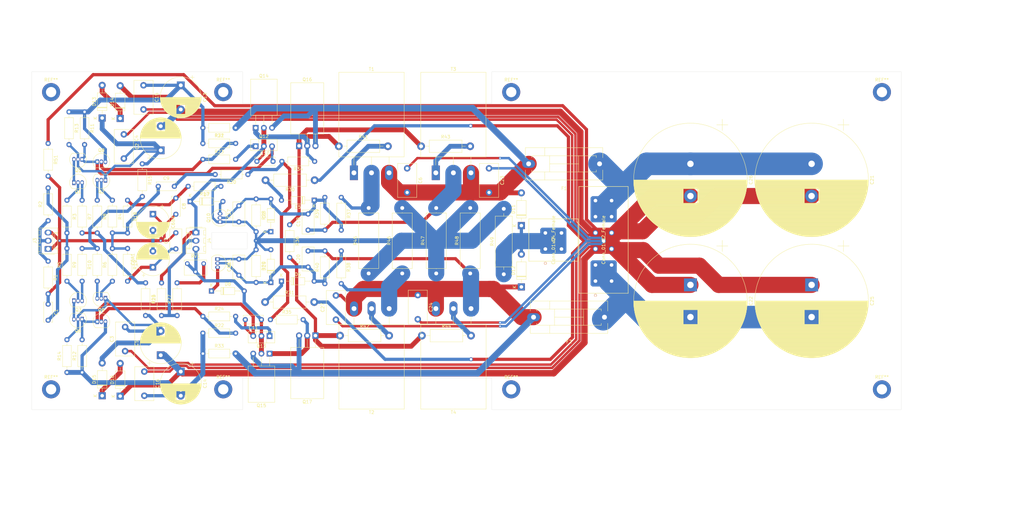
<source format=kicad_pcb>
(kicad_pcb (version 20171130) (host pcbnew "(5.1.5)-3")
  (layers (0 F.Cu signal) (31 B.Cu signal) (34 B.Paste user) (35 F.Paste user) (36 B.SilkS user) (37 F.SilkS user) (38 B.Mask user) (39 F.Mask user) (44 Edge.Cuts user))
  (net 0 "")
  (net 1 "Net-(C1-Pad2)")
  (net 2 GNDS)
  (net 3 "Net-(C2-Pad2)")
  (net 4 GND)
  (net 5 "Net-(C3-Pad2)")
  (net 6 "Net-(C23-Pad2)")
  (net 7 "Net-(C6A1-Pad1)")
  (net 8 "Net-(C8-Pad1)")
  (net 9 "Net-(C9-Pad2)")
  (net 10 "Net-(C9-Pad1)")
  (net 11 "Net-(C10-Pad2)")
  (net 12 "Net-(C10-Pad1)")
  (net 13 "Net-(C11-Pad2)")
  (net 14 "Net-(C11-Pad1)")
  (net 15 "Net-(C13-Pad1)")
  (net 16 "Net-(C14-Pad2)")
  (net 17 "Net-(C17-Pad2)")
  (net 18 "Net-(C17-Pad1)")
  (net 19 "Net-(C18-Pad1)")
  (net 20 "Net-(C19-Pad1)")
  (net 21 "Net-(C20-Pad2)")
  (net 22 +VCC)
  (net 23 -VCC)
  (net 24 "Net-(C24-Pad1)")
  (net 25 "Net-(C6A1-Pad2)")
  (net 26 "Net-(D5-Pad2)")
  (net 27 "Net-(D6-Pad1)")
  (net 28 "Net-(D7-Pad2)")
  (net 29 "Net-(D8-Pad1)")
  (net 30 out)
  (net 31 "Net-(D13-Pad2)")
  (net 32 "Net-(D15-Pad1)")
  (net 33 "Net-(J3-Pad2)")
  (net 34 "Net-(Q1-Pad1)")
  (net 35 "Net-(Q1-Pad3)")
  (net 36 "Net-(Q1-Pad2)")
  (net 37 "Net-(Q2-Pad3)")
  (net 38 "Net-(Q2-Pad2)")
  (net 39 "Net-(Q3-Pad1)")
  (net 40 "Net-(Q3-Pad3)")
  (net 41 "Net-(Q3-Pad2)")
  (net 42 "Net-(Q4-Pad3)")
  (net 43 "Net-(Q4-Pad2)")
  (net 44 "Net-(Q8-Pad2)")
  (net 45 "Net-(Q9-Pad2)")
  (net 46 "Net-(Q12-Pad1)")
  (net 47 "Net-(Q13-Pad1)")
  (net 48 "Net-(Q14-Pad1)")
  (net 49 "Net-(Q15-Pad1)")
  (net 50 "Net-(Q16-Pad1)")
  (net 51 "Net-(Q17-Pad1)")
  (net 52 "Net-(R16-Pad1)")
  (net 53 "Net-(R10-Pad2)")
  (net 54 "Net-(R20-Pad1)")
  (net 55 "Net-(R27-Pad2)")
  (net 56 "Net-(R37-Pad1)")
  (net 57 "Net-(R38-Pad1)")
  (net 58 "Net-(R41-Pad2)")
  (net 59 "Net-(R42-Pad2)")
  (net 60 "Net-(R43-Pad2)")
  (net 61 "Net-(R44-Pad2)")
  (net 62 "Net-(J4-Pad2)")
  (module Package_TO_SOT_THT:TO-126-3_Vertical (layer F.Cu) (at 134.366 121.031 180)
    (fp_text reference Q13 (at 2.54 -3.12) (layer F.SilkS))
    (fp_text value BF469)
    (pad 3 thru_hole oval (at 5.08 0 180) (size 1.8 1.8) (drill 1) (layers *.Cu *.Mask) (net 13 "Net-(C11-Pad2)"))
    (pad 2 thru_hole oval (at 2.54 0 180) (size 1.8 1.8) (drill 1) (layers *.Cu *.Mask) (net 14 "Net-(C11-Pad1)"))
    (pad 1 thru_hole rect (at 0 0 180) (size 1.8 1.8) (drill 1) (layers *.Cu *.Mask) (net 47 "Net-(Q13-Pad1)"))
  )
  (module Package_TO_SOT_THT:TO-126-3_Vertical (layer F.Cu) (at 130.048 62.103)
    (fp_text reference Q12 (at 2.54 -3.12) (layer F.SilkS))
    (fp_text value BF470)
    (pad 3 thru_hole oval (at 5.08 0) (size 1.8 1.8) (drill 1) (layers *.Cu *.Mask) (net 11 "Net-(C10-Pad2)"))
    (pad 2 thru_hole oval (at 2.54 0) (size 1.8 1.8) (drill 1) (layers *.Cu *.Mask) (net 12 "Net-(C10-Pad1)"))
    (pad 1 thru_hole rect (at 0 0) (size 1.8 1.8) (drill 1) (layers *.Cu *.Mask) (net 46 "Net-(Q12-Pad1)"))
  )
  (module MountingHole:MountingHole_3.2mm_M3_DIN965_Pad (layer F.Cu) (at 66.579 45.289)
    (fp_text reference REF** (at 0 -3.8) (layer F.SilkS))
    (fp_text value MountingHole_3.2mm_M3_DIN965_Pad)
    (pad 1 thru_hole circle (at 0 0) (size 5.6 5.6) (drill 3.2) (layers *.Cu *.Mask))
  )
  (module MountingHole:MountingHole_3.2mm_M3_DIN965_Pad (layer F.Cu) (at 66.579 137.591)
    (fp_text reference REF** (at 0 -3.8) (layer F.SilkS))
    (fp_text value MountingHole_3.2mm_M3_DIN965_Pad)
    (pad 1 thru_hole circle (at 0 0) (size 5.6 5.6) (drill 3.2) (layers *.Cu *.Mask))
  )
  (module MountingHole:MountingHole_3.2mm_M3_DIN965_Pad (layer F.Cu) (at 324.327 137.591)
    (fp_text reference REF** (at 0 -3.8) (layer F.SilkS))
    (fp_text value MountingHole_3.2mm_M3_DIN965_Pad)
    (pad 1 thru_hole circle (at 0 0) (size 5.6 5.6) (drill 3.2) (layers *.Cu *.Mask))
  )
  (module MountingHole:MountingHole_3.2mm_M3_DIN965_Pad (layer F.Cu) (at 324.327 45.289)
    (fp_text reference REF** (at 0 -3.8) (layer F.SilkS))
    (fp_text value MountingHole_3.2mm_M3_DIN965_Pad)
    (pad 1 thru_hole circle (at 0 0) (size 5.6 5.6) (drill 3.2) (layers *.Cu *.Mask))
  )
  (module Connector_Molex:Molex_KK-254_AE-6410-03A_1x03_P2.54mm_Vertical (layer F.Cu) (at 111.506 88.9 270)
    (fp_text reference J4 (at 2.54 -4.12 90) (layer F.SilkS))
    (fp_text value Conn_01x03_Female)
    (pad 3 thru_hole oval (at 5.08 0 270) (size 1.74 2.2) (drill 1.2) (layers *.Cu *.Mask) (net 14 "Net-(C11-Pad1)"))
    (pad 2 thru_hole oval (at 2.54 0 270) (size 1.74 2.2) (drill 1.2) (layers *.Cu *.Mask) (net 62 "Net-(J4-Pad2)"))
    (pad 1 thru_hole roundrect (at 0 0 270) (size 1.74 2.2) (drill 1.2) (layers *.Cu *.Mask) (roundrect_rratio 0.143678) (net 12 "Net-(C10-Pad1)"))
  )
  (module Fuse_Holders_and_Fuses:Fuseholder5x20_horiz_SemiClosed_Casing10x25mm (layer F.Cu) (at 238.252 115.189 180)
    (fp_text reference F2 (at 11 -7.62) (layer F.SilkS))
    (fp_text value Fuse)
    (pad 1 thru_hole oval (at 0 0 90) (size 2.5 4) (drill 1.5) (layers *.Cu *.Mask) (net 23 -VCC))
    (pad 2 thru_hole oval (at 22 0 90) (size 2.5 4) (drill 1.5) (layers *.Cu *.Mask) (net 24 "Net-(C24-Pad1)"))
  )
  (module Fuse_Holders_and_Fuses:Fuseholder5x20_horiz_SemiClosed_Casing10x25mm (layer F.Cu) (at 236.728 67.564 180)
    (fp_text reference F1 (at 11 -7.62) (layer F.SilkS))
    (fp_text value Fuse)
    (pad 1 thru_hole oval (at 0 0 90) (size 2.5 4) (drill 1.5) (layers *.Cu *.Mask) (net 22 +VCC))
    (pad 2 thru_hole oval (at 22 0 90) (size 2.5 4) (drill 1.5) (layers *.Cu *.Mask) (net 6 "Net-(C23-Pad2)"))
  )
  (module LeachAmp_library:Wago-256-402 (layer F.Cu) (at 219.917 94.027 90)
    (fp_text reference J2 (at 2.801244 2.5 90) (layer F.SilkS))
    (fp_text value Conn_01x04_Female (at 2.801244 2.5 90) (layer F.SilkS))
    (fp_text user * (at 0 0 90) (layer F.SilkS))
    (pad 4 thru_hole circle (at 5 5 90) (size 1.6256 1.6256) (drill 1.1176) (layers *.Cu *.Mask) (net 30 out))
    (pad 3 thru_hole circle (at 5 0 90) (size 1.6256 1.6256) (drill 1.1176) (layers *.Cu *.Mask) (net 30 out))
    (pad 2 thru_hole circle (at 0 5 90) (size 1.6256 1.6256) (drill 1.1176) (layers *.Cu *.Mask) (net 30 out))
    (pad 1 thru_hole circle (at 0 0 90) (size 1.6256 1.6256) (drill 1.1176) (layers *.Cu *.Mask) (net 30 out))
  )
  (module LeachAmp_library:Wago-256-406 (layer F.Cu) (at 235.458 103.98 90)
    (fp_text reference J1 (at 12.801244 2.5 90) (layer F.SilkS))
    (fp_text value Conn_01x12_Female (at 12.801244 2.5 90) (layer F.SilkS))
    (fp_text user * (at 0 0 90) (layer F.SilkS))
    (pad 12 thru_hole circle (at 25.000001 5 90) (size 1.6256 1.6256) (drill 1.1176) (layers *.Cu *.Mask) (net 22 +VCC))
    (pad 11 thru_hole circle (at 25.000001 0 90) (size 1.6256 1.6256) (drill 1.1176) (layers *.Cu *.Mask) (net 22 +VCC))
    (pad 10 thru_hole circle (at 20 5 90) (size 1.6256 1.6256) (drill 1.1176) (layers *.Cu *.Mask) (net 22 +VCC))
    (pad 9 thru_hole circle (at 20 0 90) (size 1.6256 1.6256) (drill 1.1176) (layers *.Cu *.Mask) (net 22 +VCC))
    (pad 8 thru_hole circle (at 15 5 90) (size 1.6256 1.6256) (drill 1.1176) (layers *.Cu *.Mask) (net 4 GND))
    (pad 7 thru_hole circle (at 15 0 90) (size 1.6256 1.6256) (drill 1.1176) (layers *.Cu *.Mask) (net 4 GND))
    (pad 6 thru_hole circle (at 10 5 90) (size 1.6256 1.6256) (drill 1.1176) (layers *.Cu *.Mask) (net 4 GND))
    (pad 5 thru_hole circle (at 10 0 90) (size 1.6256 1.6256) (drill 1.1176) (layers *.Cu *.Mask) (net 4 GND))
    (pad 4 thru_hole circle (at 5 5 90) (size 1.6256 1.6256) (drill 1.1176) (layers *.Cu *.Mask) (net 23 -VCC))
    (pad 3 thru_hole circle (at 5 0 90) (size 1.6256 1.6256) (drill 1.1176) (layers *.Cu *.Mask) (net 23 -VCC))
    (pad 2 thru_hole circle (at 0 5 90) (size 1.6256 1.6256) (drill 1.1176) (layers *.Cu *.Mask) (net 23 -VCC))
    (pad 1 thru_hole circle (at 0 0 90) (size 1.6256 1.6256) (drill 1.1176) (layers *.Cu *.Mask) (net 23 -VCC))
  )
  (module MountingHole:MountingHole_3.2mm_M3_DIN965_Pad (layer F.Cu) (at 209.327 45.288)
    (fp_text reference REF** (at 0 -3.8) (layer F.SilkS))
    (fp_text value MountingHole_3.2mm_M3_DIN965_Pad)
    (pad 1 thru_hole circle (at 0 0) (size 5.6 5.6) (drill 3.2) (layers *.Cu *.Mask))
  )
  (module MountingHole:MountingHole_3.2mm_M3_DIN965_Pad (layer F.Cu) (at 119.984 45.288)
    (fp_text reference REF** (at 0 -3.8) (layer F.SilkS))
    (fp_text value MountingHole_3.2mm_M3_DIN965_Pad)
    (pad 1 thru_hole circle (at 0 0) (size 5.6 5.6) (drill 3.2) (layers *.Cu *.Mask))
  )
  (module MountingHole:MountingHole_3.2mm_M3_DIN965_Pad (layer F.Cu) (at 209.327 137.592)
    (fp_text reference REF** (at 0 -3.8) (layer F.SilkS))
    (fp_text value MountingHole_3.2mm_M3_DIN965_Pad)
    (pad 1 thru_hole circle (at 0 0) (size 5.6 5.6) (drill 3.2) (layers *.Cu *.Mask))
  )
  (module MountingHole:MountingHole_3.2mm_M3_DIN965_Pad (layer F.Cu) (at 119.984 137.592)
    (fp_text reference REF** (at 0 -3.8) (layer F.SilkS))
    (fp_text value MountingHole_3.2mm_M3_DIN965_Pad)
    (pad 1 thru_hole circle (at 0 0) (size 5.6 5.6) (drill 3.2) (layers *.Cu *.Mask))
  )
  (module Package_TO_SOT_THT:TO-264-3_Horizontal_TabDown (layer F.Cu) (at 196.85 112.522 180)
    (fp_text reference T4 (at 5.45 -32.2) (layer F.SilkS))
    (fp_text value MJL3201)
    (pad 3 thru_hole oval (at 10.9 0 180) (size 2.5 4.5) (drill 1.5) (layers *.Cu *.Mask) (net 24 "Net-(C24-Pad1)"))
    (pad 2 thru_hole oval (at 5.45 0 180) (size 2.5 4.5) (drill 1.5) (layers *.Cu *.Mask) (net 61 "Net-(R44-Pad2)"))
    (pad 1 thru_hole rect (at 0 0 180) (size 2.5 4.5) (drill 1.5) (layers *.Cu *.Mask) (net 21 "Net-(C20-Pad2)"))
    (pad "" np_thru_hole oval (at 5.45 -25.08 180) (size 3.3 3.3) (drill 3.3) (layers *.Cu *.Mask))
  )
  (module Package_TO_SOT_THT:TO-264-3_Horizontal_TabDown (layer F.Cu) (at 185.928 70.358)
    (fp_text reference T3 (at 5.45 -32.2) (layer F.SilkS))
    (fp_text value MJL3281)
    (pad 3 thru_hole oval (at 10.9 0) (size 2.5 4.5) (drill 1.5) (layers *.Cu *.Mask) (net 6 "Net-(C23-Pad2)"))
    (pad 2 thru_hole oval (at 5.45 0) (size 2.5 4.5) (drill 1.5) (layers *.Cu *.Mask) (net 20 "Net-(C19-Pad1)"))
    (pad 1 thru_hole rect (at 0 0) (size 2.5 4.5) (drill 1.5) (layers *.Cu *.Mask) (net 60 "Net-(R43-Pad2)"))
    (pad "" np_thru_hole oval (at 5.45 -25.08) (size 3.3 3.3) (drill 3.3) (layers *.Cu *.Mask))
  )
  (module Package_TO_SOT_THT:TO-264-3_Horizontal_TabDown (layer F.Cu) (at 171.45 112.522 180)
    (fp_text reference T2 (at 5.45 -32.2) (layer F.SilkS))
    (fp_text value MJL3201)
    (pad 3 thru_hole oval (at 10.9 0 180) (size 2.5 4.5) (drill 1.5) (layers *.Cu *.Mask) (net 24 "Net-(C24-Pad1)"))
    (pad 2 thru_hole oval (at 5.45 0 180) (size 2.5 4.5) (drill 1.5) (layers *.Cu *.Mask) (net 59 "Net-(R42-Pad2)"))
    (pad 1 thru_hole rect (at 0 0 180) (size 2.5 4.5) (drill 1.5) (layers *.Cu *.Mask) (net 57 "Net-(R38-Pad1)"))
    (pad "" np_thru_hole oval (at 5.45 -25.08 180) (size 3.3 3.3) (drill 3.3) (layers *.Cu *.Mask))
  )
  (module Package_TO_SOT_THT:TO-264-3_Horizontal_TabDown (layer F.Cu) (at 160.528 70.358)
    (fp_text reference T1 (at 5.45 -32.2) (layer F.SilkS))
    (fp_text value MJL3281)
    (pad 3 thru_hole oval (at 10.9 0) (size 2.5 4.5) (drill 1.5) (layers *.Cu *.Mask) (net 6 "Net-(C23-Pad2)"))
    (pad 2 thru_hole oval (at 5.45 0) (size 2.5 4.5) (drill 1.5) (layers *.Cu *.Mask) (net 56 "Net-(R37-Pad1)"))
    (pad 1 thru_hole rect (at 0 0) (size 2.5 4.5) (drill 1.5) (layers *.Cu *.Mask) (net 58 "Net-(R41-Pad2)"))
    (pad "" np_thru_hole oval (at 5.45 -25.08) (size 3.3 3.3) (drill 3.3) (layers *.Cu *.Mask))
  )
  (module Potentiometer_THT:Potentiometer_Bourns_3266W_Vertical (layer F.Cu) (at 113.919 98.552)
    (fp_text reference RV1 (at -2.54 -2.27) (layer F.SilkS))
    (fp_text value 2k)
    (pad 3 thru_hole circle (at -5.08 0) (size 1.44 1.44) (drill 0.8) (layers *.Cu *.Mask) (net 14 "Net-(C11-Pad1)"))
    (pad 2 thru_hole circle (at -2.54 2.54) (size 1.44 1.44) (drill 0.8) (layers *.Cu *.Mask) (net 14 "Net-(C11-Pad1)"))
    (pad 1 thru_hole circle (at 0 0) (size 1.44 1.44) (drill 0.8) (layers *.Cu *.Mask) (net 55 "Net-(R27-Pad2)"))
  )
  (module Resistor_THT:R_Axial_DIN0207_L6.3mm_D2.5mm_P10.16mm_Horizontal (layer F.Cu) (at 65.659 61.214 270)
    (fp_text reference R51 (at 5.08 -2.37 90) (layer F.SilkS))
    (fp_text value 82R)
    (pad 2 thru_hole oval (at 10.16 0 270) (size 1.6 1.6) (drill 0.8) (layers *.Cu *.Mask) (net 2 GNDS))
    (pad 1 thru_hole circle (at 0 0 270) (size 1.6 1.6) (drill 0.8) (layers *.Cu *.Mask) (net 4 GND))
  )
  (module Resistor_THT:R_Axial_DIN0516_L15.5mm_D5.0mm_P20.32mm_Horizontal (layer F.Cu) (at 207.01 101.854 90)
    (fp_text reference R49 (at 10.16 -3.62 90) (layer F.SilkS))
    (fp_text value "10R 2W")
    (pad 2 thru_hole oval (at 20.32 0 90) (size 2.4 2.4) (drill 1.2) (layers *.Cu *.Mask) (net 18 "Net-(C17-Pad1)"))
    (pad 1 thru_hole circle (at 0 0 90) (size 2.4 2.4) (drill 1.2) (layers *.Cu *.Mask) (net 30 out))
  )
  (module Resistor_THT:R_Axial_DIN0617_L17.0mm_D6.0mm_P20.32mm_Horizontal (layer F.Cu) (at 196.596 101.6 90)
    (fp_text reference R48 (at 10.16 -4.12 90) (layer F.SilkS))
    (fp_text value "0,33R 5W")
    (pad 2 thru_hole oval (at 20.32 0 90) (size 2.4 2.4) (drill 1.2) (layers *.Cu *.Mask) (net 18 "Net-(C17-Pad1)"))
    (pad 1 thru_hole circle (at 0 0 90) (size 2.4 2.4) (drill 1.2) (layers *.Cu *.Mask) (net 21 "Net-(C20-Pad2)"))
  )
  (module Resistor_THT:R_Axial_DIN0617_L17.0mm_D6.0mm_P20.32mm_Horizontal (layer F.Cu) (at 186.055 101.6 90)
    (fp_text reference R47 (at 10.16 -4.12 90) (layer F.SilkS))
    (fp_text value "0,33R 5W")
    (pad 2 thru_hole oval (at 20.32 0 90) (size 2.4 2.4) (drill 1.2) (layers *.Cu *.Mask) (net 20 "Net-(C19-Pad1)"))
    (pad 1 thru_hole circle (at 0 0 90) (size 2.4 2.4) (drill 1.2) (layers *.Cu *.Mask) (net 18 "Net-(C17-Pad1)"))
  )
  (module Resistor_THT:R_Axial_DIN0617_L17.0mm_D6.0mm_P20.32mm_Horizontal (layer F.Cu) (at 175.514 101.6 90)
    (fp_text reference R46 (at 10.16 -4.12 90) (layer F.SilkS))
    (fp_text value "0,33R 5W")
    (pad 2 thru_hole oval (at 20.32 0 90) (size 2.4 2.4) (drill 1.2) (layers *.Cu *.Mask) (net 18 "Net-(C17-Pad1)"))
    (pad 1 thru_hole circle (at 0 0 90) (size 2.4 2.4) (drill 1.2) (layers *.Cu *.Mask) (net 57 "Net-(R38-Pad1)"))
  )
  (module Resistor_THT:R_Axial_DIN0617_L17.0mm_D6.0mm_P20.32mm_Horizontal (layer F.Cu) (at 165.1 101.6 90)
    (fp_text reference R45 (at 10.16 -4.12 90) (layer F.SilkS))
    (fp_text value "0,33R 5W")
    (pad 2 thru_hole oval (at 20.32 0 90) (size 2.4 2.4) (drill 1.2) (layers *.Cu *.Mask) (net 56 "Net-(R37-Pad1)"))
    (pad 1 thru_hole circle (at 0 0 90) (size 2.4 2.4) (drill 1.2) (layers *.Cu *.Mask) (net 18 "Net-(C17-Pad1)"))
  )
  (module Resistor_THT:R_Axial_DIN0411_L9.9mm_D3.6mm_P15.24mm_Horizontal (layer F.Cu) (at 181.61 120.904)
    (fp_text reference R44 (at 7.62 -2.92) (layer F.SilkS))
    (fp_text value "10R 0,5W")
    (pad 2 thru_hole oval (at 15.24 0) (size 2.4 2.4) (drill 1.2) (layers *.Cu *.Mask) (net 61 "Net-(R44-Pad2)"))
    (pad 1 thru_hole circle (at 0 0) (size 2.4 2.4) (drill 1.2) (layers *.Cu *.Mask) (net 51 "Net-(Q17-Pad1)"))
  )
  (module Resistor_THT:R_Axial_DIN0411_L9.9mm_D3.6mm_P15.24mm_Horizontal (layer F.Cu) (at 181.356 62.103)
    (fp_text reference R43 (at 7.62 -2.92) (layer F.SilkS))
    (fp_text value "10R 0,5W")
    (pad 2 thru_hole oval (at 15.24 0) (size 2.4 2.4) (drill 1.2) (layers *.Cu *.Mask) (net 60 "Net-(R43-Pad2)"))
    (pad 1 thru_hole circle (at 0 0) (size 2.4 2.4) (drill 1.2) (layers *.Cu *.Mask) (net 50 "Net-(Q16-Pad1)"))
  )
  (module Resistor_THT:R_Axial_DIN0411_L9.9mm_D3.6mm_P15.24mm_Horizontal (layer F.Cu) (at 156.21 120.904)
    (fp_text reference R42 (at 7.62 -2.92) (layer F.SilkS))
    (fp_text value "10R 0,5 W")
    (pad 2 thru_hole oval (at 15.24 0) (size 2.4 2.4) (drill 1.2) (layers *.Cu *.Mask) (net 59 "Net-(R42-Pad2)"))
    (pad 1 thru_hole circle (at 0 0) (size 2.4 2.4) (drill 1.2) (layers *.Cu *.Mask) (net 51 "Net-(Q17-Pad1)"))
  )
  (module Resistor_THT:R_Axial_DIN0411_L9.9mm_D3.6mm_P15.24mm_Horizontal (layer F.Cu) (at 155.829 62.103)
    (fp_text reference R41 (at 7.62 -2.92) (layer F.SilkS))
    (fp_text value "10R 0,5W")
    (pad 2 thru_hole oval (at 15.24 0) (size 2.4 2.4) (drill 1.2) (layers *.Cu *.Mask) (net 58 "Net-(R41-Pad2)"))
    (pad 1 thru_hole circle (at 0 0) (size 2.4 2.4) (drill 1.2) (layers *.Cu *.Mask) (net 50 "Net-(Q16-Pad1)"))
  )
  (module Resistor_THT:R_Axial_DIN0207_L6.3mm_D2.5mm_P10.16mm_Horizontal (layer F.Cu) (at 151.511 104.775 90)
    (fp_text reference R40 (at 5.08 -2.37 90) (layer F.SilkS))
    (fp_text value 680R)
    (pad 2 thru_hole oval (at 10.16 0 90) (size 1.6 1.6) (drill 0.8) (layers *.Cu *.Mask) (net 21 "Net-(C20-Pad2)"))
    (pad 1 thru_hole circle (at 0 0 90) (size 1.6 1.6) (drill 0.8) (layers *.Cu *.Mask) (net 19 "Net-(C18-Pad1)"))
  )
  (module Resistor_THT:R_Axial_DIN0207_L6.3mm_D2.5mm_P10.16mm_Horizontal (layer F.Cu) (at 151.511 88.138 90)
    (fp_text reference R39 (at 5.08 -2.37 90) (layer F.SilkS))
    (fp_text value 680R)
    (pad 2 thru_hole oval (at 10.16 0 90) (size 1.6 1.6) (drill 0.8) (layers *.Cu *.Mask) (net 17 "Net-(C17-Pad2)"))
    (pad 1 thru_hole circle (at 0 0 90) (size 1.6 1.6) (drill 0.8) (layers *.Cu *.Mask) (net 20 "Net-(C19-Pad1)"))
  )
  (module Resistor_THT:R_Axial_DIN0207_L6.3mm_D2.5mm_P10.16mm_Horizontal (layer F.Cu) (at 156.591 104.775 90)
    (fp_text reference R38 (at 5.08 2.286 90) (layer F.SilkS))
    (fp_text value 680R)
    (pad 2 thru_hole oval (at 10.16 0 90) (size 1.6 1.6) (drill 0.8) (layers *.Cu *.Mask) (net 19 "Net-(C18-Pad1)"))
    (pad 1 thru_hole circle (at 0 0 90) (size 1.6 1.6) (drill 0.8) (layers *.Cu *.Mask) (net 57 "Net-(R38-Pad1)"))
  )
  (module Resistor_THT:R_Axial_DIN0207_L6.3mm_D2.5mm_P10.16mm_Horizontal (layer F.Cu) (at 156.591 77.978 270)
    (fp_text reference R37 (at 5.08 -2.37 90) (layer F.SilkS))
    (fp_text value 680R)
    (pad 2 thru_hole oval (at 10.16 0 270) (size 1.6 1.6) (drill 0.8) (layers *.Cu *.Mask) (net 17 "Net-(C17-Pad2)"))
    (pad 1 thru_hole circle (at 0 0 270) (size 1.6 1.6) (drill 0.8) (layers *.Cu *.Mask) (net 56 "Net-(R37-Pad1)"))
  )
  (module Resistor_THT:R_Axial_DIN0207_L6.3mm_D2.5mm_P10.16mm_Horizontal (layer F.Cu) (at 140.589 86.487 270)
    (fp_text reference R36 (at 5.08 -2.37 90) (layer F.SilkS))
    (fp_text value 220R)
    (pad 2 thru_hole oval (at 10.16 0 270) (size 1.6 1.6) (drill 0.8) (layers *.Cu *.Mask) (net 51 "Net-(Q17-Pad1)"))
    (pad 1 thru_hole circle (at 0 0 270) (size 1.6 1.6) (drill 0.8) (layers *.Cu *.Mask) (net 50 "Net-(Q16-Pad1)"))
  )
  (module Resistor_THT:R_Axial_DIN0207_L6.3mm_D2.5mm_P10.16mm_Horizontal (layer F.Cu) (at 134.62 115.951)
    (fp_text reference R35 (at 5.08 -2.37) (layer F.SilkS))
    (fp_text value 330R)
    (pad 2 thru_hole oval (at 10.16 0) (size 1.6 1.6) (drill 0.8) (layers *.Cu *.Mask) (net 49 "Net-(Q15-Pad1)"))
    (pad 1 thru_hole circle (at 0 0) (size 1.6 1.6) (drill 0.8) (layers *.Cu *.Mask) (net 54 "Net-(R20-Pad1)"))
  )
  (module Resistor_THT:R_Axial_DIN0207_L6.3mm_D2.5mm_P10.16mm_Horizontal (layer F.Cu) (at 148.336 66.802 180)
    (fp_text reference R34 (at 5.08 -2.37) (layer F.SilkS))
    (fp_text value 330R)
    (pad 2 thru_hole oval (at 10.16 0 180) (size 1.6 1.6) (drill 0.8) (layers *.Cu *.Mask) (net 54 "Net-(R20-Pad1)"))
    (pad 1 thru_hole circle (at 0 0 180) (size 1.6 1.6) (drill 0.8) (layers *.Cu *.Mask) (net 48 "Net-(Q14-Pad1)"))
  )
  (module Resistor_THT:R_Axial_DIN0207_L6.3mm_D2.5mm_P10.16mm_Horizontal (layer F.Cu) (at 113.665 126.492)
    (fp_text reference R33 (at 5.08 -2.37) (layer F.SilkS))
    (fp_text value 82R)
    (pad 2 thru_hole oval (at 10.16 0) (size 1.6 1.6) (drill 0.8) (layers *.Cu *.Mask) (net 24 "Net-(C24-Pad1)"))
    (pad 1 thru_hole circle (at 0 0) (size 1.6 1.6) (drill 0.8) (layers *.Cu *.Mask) (net 16 "Net-(C14-Pad2)"))
  )
  (module Resistor_THT:R_Axial_DIN0207_L6.3mm_D2.5mm_P10.16mm_Horizontal (layer F.Cu) (at 123.825 56.388 180)
    (fp_text reference R32 (at 5.08 -2.37) (layer F.SilkS))
    (fp_text value 82R)
    (pad 2 thru_hole oval (at 10.16 0 180) (size 1.6 1.6) (drill 0.8) (layers *.Cu *.Mask) (net 15 "Net-(C13-Pad1)"))
    (pad 1 thru_hole circle (at 0 0 180) (size 1.6 1.6) (drill 0.8) (layers *.Cu *.Mask) (net 6 "Net-(C23-Pad2)"))
  )
  (module Resistor_THT:R_Axial_DIN0411_L9.9mm_D3.6mm_P15.24mm_Horizontal (layer F.Cu) (at 132.969 110.49)
    (fp_text reference R31 (at 7.62 -2.92) (layer F.SilkS))
    (fp_text value "3k9 0,5W")
    (pad 2 thru_hole oval (at 15.24 0) (size 2.4 2.4) (drill 1.2) (layers *.Cu *.Mask) (net 4 GND))
    (pad 1 thru_hole circle (at 0 0) (size 2.4 2.4) (drill 1.2) (layers *.Cu *.Mask) (net 27 "Net-(D6-Pad1)"))
  )
  (module Resistor_THT:R_Axial_DIN0411_L9.9mm_D3.6mm_P15.24mm_Horizontal (layer F.Cu) (at 148.336 72.644 180)
    (fp_text reference R30 (at 7.62 -2.92) (layer F.SilkS))
    (fp_text value "3k9 0,5W")
    (pad 2 thru_hole oval (at 15.24 0 180) (size 2.4 2.4) (drill 1.2) (layers *.Cu *.Mask) (net 26 "Net-(D5-Pad2)"))
    (pad 1 thru_hole circle (at 0 0 180) (size 2.4 2.4) (drill 1.2) (layers *.Cu *.Mask) (net 4 GND))
  )
  (module Resistor_THT:R_Axial_DIN0207_L6.3mm_D2.5mm_P10.16mm_Horizontal (layer F.Cu) (at 130.175 94.234 270)
    (fp_text reference R29 (at 5.08 -2.37 90) (layer F.SilkS))
    (fp_text value 270R)
    (pad 2 thru_hole oval (at 10.16 0 270) (size 1.6 1.6) (drill 0.8) (layers *.Cu *.Mask) (net 19 "Net-(C18-Pad1)"))
    (pad 1 thru_hole circle (at 0 0 270) (size 1.6 1.6) (drill 0.8) (layers *.Cu *.Mask) (net 18 "Net-(C17-Pad1)"))
  )
  (module Resistor_THT:R_Axial_DIN0207_L6.3mm_D2.5mm_P10.16mm_Horizontal (layer F.Cu) (at 130.175 78.486 270)
    (fp_text reference R28 (at 5.08 -2.37 90) (layer F.SilkS))
    (fp_text value 270R)
    (pad 2 thru_hole oval (at 10.16 0 270) (size 1.6 1.6) (drill 0.8) (layers *.Cu *.Mask) (net 18 "Net-(C17-Pad1)"))
    (pad 1 thru_hole circle (at 0 0 270) (size 1.6 1.6) (drill 0.8) (layers *.Cu *.Mask) (net 17 "Net-(C17-Pad2)"))
  )
  (module Resistor_THT:R_Axial_DIN0207_L6.3mm_D2.5mm_P10.16mm_Horizontal (layer F.Cu) (at 105.664 114.681 90)
    (fp_text reference R27 (at 5.08 -2.37 90) (layer F.SilkS))
    (fp_text value 1k2)
    (pad 2 thru_hole oval (at 10.16 0 90) (size 1.6 1.6) (drill 0.8) (layers *.Cu *.Mask) (net 55 "Net-(R27-Pad2)"))
    (pad 1 thru_hole circle (at 0 0 90) (size 1.6 1.6) (drill 0.8) (layers *.Cu *.Mask) (net 62 "Net-(J4-Pad2)"))
  )
  (module Resistor_THT:R_Axial_DIN0207_L6.3mm_D2.5mm_P10.16mm_Horizontal (layer F.Cu) (at 100.838 114.681 90)
    (fp_text reference R25 (at 5.08 -2.37 90) (layer F.SilkS))
    (fp_text value 8k2)
    (pad 2 thru_hole oval (at 10.16 0 90) (size 1.6 1.6) (drill 0.8) (layers *.Cu *.Mask) (net 12 "Net-(C10-Pad1)"))
    (pad 1 thru_hole circle (at 0 0 90) (size 1.6 1.6) (drill 0.8) (layers *.Cu *.Mask) (net 62 "Net-(J4-Pad2)"))
  )
  (module Resistor_THT:R_Axial_DIN0207_L6.3mm_D2.5mm_P10.16mm_Horizontal (layer F.Cu) (at 113.665 114.935)
    (fp_text reference R24 (at 5.08 -2.37) (layer F.SilkS))
    (fp_text value 360R)
    (pad 2 thru_hole oval (at 10.16 0) (size 1.6 1.6) (drill 0.8) (layers *.Cu *.Mask) (net 47 "Net-(Q13-Pad1)"))
    (pad 1 thru_hole circle (at 0 0) (size 1.6 1.6) (drill 0.8) (layers *.Cu *.Mask) (net 45 "Net-(Q9-Pad2)"))
  )
  (module Resistor_THT:R_Axial_DIN0207_L6.3mm_D2.5mm_P10.16mm_Horizontal (layer F.Cu) (at 113.665 66.167)
    (fp_text reference R23 (at 5.08 -2.37) (layer F.SilkS))
    (fp_text value 360R)
    (pad 2 thru_hole oval (at 10.16 0) (size 1.6 1.6) (drill 0.8) (layers *.Cu *.Mask) (net 46 "Net-(Q12-Pad1)"))
    (pad 1 thru_hole circle (at 0 0) (size 1.6 1.6) (drill 0.8) (layers *.Cu *.Mask) (net 44 "Net-(Q8-Pad2)"))
  )
  (module Resistor_THT:R_Axial_DIN0207_L6.3mm_D2.5mm_P10.16mm_Horizontal (layer F.Cu) (at 113.665 120.142)
    (fp_text reference R22 (at 5.08 -2.37) (layer F.SilkS))
    (fp_text value 30R)
    (pad 2 thru_hole oval (at 10.16 0) (size 1.6 1.6) (drill 0.8) (layers *.Cu *.Mask) (net 45 "Net-(Q9-Pad2)"))
    (pad 1 thru_hole circle (at 0 0) (size 1.6 1.6) (drill 0.8) (layers *.Cu *.Mask) (net 16 "Net-(C14-Pad2)"))
  )
  (module Resistor_THT:R_Axial_DIN0207_L6.3mm_D2.5mm_P10.16mm_Horizontal (layer F.Cu) (at 113.665 61.214)
    (fp_text reference R21 (at 5.08 -2.37) (layer F.SilkS))
    (fp_text value 30R)
    (pad 2 thru_hole oval (at 10.16 0) (size 1.6 1.6) (drill 0.8) (layers *.Cu *.Mask) (net 44 "Net-(Q8-Pad2)"))
    (pad 1 thru_hole circle (at 0 0) (size 1.6 1.6) (drill 0.8) (layers *.Cu *.Mask) (net 15 "Net-(C13-Pad1)"))
  )
  (module Resistor_THT:R_Axial_DIN0207_L6.3mm_D2.5mm_P10.16mm_Horizontal (layer F.Cu) (at 127.635 70.866 180)
    (fp_text reference R20 (at 5.08 -2.37) (layer F.SilkS))
    (fp_text value 22k)
    (pad 2 thru_hole oval (at 10.16 0 180) (size 1.6 1.6) (drill 0.8) (layers *.Cu *.Mask) (net 9 "Net-(C9-Pad2)"))
    (pad 1 thru_hole circle (at 0 0 180) (size 1.6 1.6) (drill 0.8) (layers *.Cu *.Mask) (net 54 "Net-(R20-Pad1)"))
  )
  (module Resistor_THT:R_Axial_DIN0207_L6.3mm_D2.5mm_P10.16mm_Horizontal (layer F.Cu) (at 90.297 93.853 270)
    (fp_text reference R19 (at 5.08 -2.37 90) (layer F.SilkS))
    (fp_text value 1k1)
    (pad 2 thru_hole oval (at 10.16 0 270) (size 1.6 1.6) (drill 0.8) (layers *.Cu *.Mask) (net 7 "Net-(C6A1-Pad1)"))
    (pad 1 thru_hole circle (at 0 0 270) (size 1.6 1.6) (drill 0.8) (layers *.Cu *.Mask) (net 10 "Net-(C9-Pad1)"))
  )
  (module Resistor_THT:R_Axial_DIN0207_L6.3mm_D2.5mm_P10.16mm_Horizontal (layer F.Cu) (at 90.297 78.867 270)
    (fp_text reference R18 (at 5.08 -2.37 90) (layer F.SilkS))
    (fp_text value 1k1)
    (pad 2 thru_hole oval (at 10.16 0 270) (size 1.6 1.6) (drill 0.8) (layers *.Cu *.Mask) (net 10 "Net-(C9-Pad1)"))
    (pad 1 thru_hole circle (at 0 0 270) (size 1.6 1.6) (drill 0.8) (layers *.Cu *.Mask) (net 8 "Net-(C8-Pad1)"))
  )
  (module Resistor_THT:R_Axial_DIN0207_L6.3mm_D2.5mm_P10.16mm_Horizontal (layer F.Cu) (at 119.253 74.549 180)
    (fp_text reference R17 (at 5.08 -2.37) (layer F.SilkS))
    (fp_text value 11k)
    (pad 2 thru_hole oval (at 10.16 0 180) (size 1.6 1.6) (drill 0.8) (layers *.Cu *.Mask) (net 8 "Net-(C8-Pad1)"))
    (pad 1 thru_hole circle (at 0 0 180) (size 1.6 1.6) (drill 0.8) (layers *.Cu *.Mask) (net 18 "Net-(C17-Pad1)"))
  )
  (module Resistor_THT:R_Axial_DIN0207_L6.3mm_D2.5mm_P10.16mm_Horizontal (layer F.Cu) (at 95.885 104.521 270)
    (fp_text reference R16 (at 5.08 -2.37 90) (layer F.SilkS))
    (fp_text value 12k)
    (pad 2 thru_hole oval (at 10.16 0 270) (size 1.6 1.6) (drill 0.8) (layers *.Cu *.Mask) (net 5 "Net-(C3-Pad2)"))
    (pad 1 thru_hole circle (at 0 0 270) (size 1.6 1.6) (drill 0.8) (layers *.Cu *.Mask) (net 52 "Net-(R16-Pad1)"))
  )
  (module Resistor_THT:R_Axial_DIN0207_L6.3mm_D2.5mm_P10.16mm_Horizontal (layer F.Cu) (at 94.869 67.564 270)
    (fp_text reference R15 (at 5.08 -2.37 90) (layer F.SilkS))
    (fp_text value 12k)
    (pad 2 thru_hole oval (at 10.16 0 270) (size 1.6 1.6) (drill 0.8) (layers *.Cu *.Mask) (net 53 "Net-(R10-Pad2)"))
    (pad 1 thru_hole circle (at 0 0 270) (size 1.6 1.6) (drill 0.8) (layers *.Cu *.Mask) (net 3 "Net-(C2-Pad2)"))
  )
  (module Resistor_THT:R_Axial_DIN0207_L6.3mm_D2.5mm_P10.16mm_Horizontal (layer F.Cu) (at 71.501 132.334 90)
    (fp_text reference R14 (at 5.08 -2.37 90) (layer F.SilkS))
    (fp_text value 2k2)
    (pad 2 thru_hole oval (at 10.16 0 90) (size 1.6 1.6) (drill 0.8) (layers *.Cu *.Mask) (net 5 "Net-(C3-Pad2)"))
    (pad 1 thru_hole circle (at 0 0 90) (size 1.6 1.6) (drill 0.8) (layers *.Cu *.Mask) (net 16 "Net-(C14-Pad2)"))
  )
  (module Resistor_THT:R_Axial_DIN0207_L6.3mm_D2.5mm_P10.16mm_Horizontal (layer F.Cu) (at 72.136 51.435 270)
    (fp_text reference R13 (at 5.08 -2.37 90) (layer F.SilkS))
    (fp_text value 2k2)
    (pad 2 thru_hole oval (at 10.16 0 270) (size 1.6 1.6) (drill 0.8) (layers *.Cu *.Mask) (net 3 "Net-(C2-Pad2)"))
    (pad 1 thru_hole circle (at 0 0 270) (size 1.6 1.6) (drill 0.8) (layers *.Cu *.Mask) (net 15 "Net-(C13-Pad1)"))
  )
  (module Resistor_THT:R_Axial_DIN0207_L6.3mm_D2.5mm_P10.16mm_Horizontal (layer F.Cu) (at 76.2 132.334 90)
    (fp_text reference R12 (at 5.08 -2.37 90) (layer F.SilkS))
    (fp_text value 1k2)
    (pad 2 thru_hole oval (at 10.16 0 90) (size 1.6 1.6) (drill 0.8) (layers *.Cu *.Mask) (net 13 "Net-(C11-Pad2)"))
    (pad 1 thru_hole circle (at 0 0 90) (size 1.6 1.6) (drill 0.8) (layers *.Cu *.Mask) (net 16 "Net-(C14-Pad2)"))
  )
  (module Resistor_THT:R_Axial_DIN0207_L6.3mm_D2.5mm_P10.16mm_Horizontal (layer F.Cu) (at 76.962 51.435 270)
    (fp_text reference R11 (at 5.08 -2.37 90) (layer F.SilkS))
    (fp_text value 1k2)
    (pad 2 thru_hole oval (at 10.16 0 270) (size 1.6 1.6) (drill 0.8) (layers *.Cu *.Mask) (net 11 "Net-(C10-Pad2)"))
    (pad 1 thru_hole circle (at 0 0 270) (size 1.6 1.6) (drill 0.8) (layers *.Cu *.Mask) (net 15 "Net-(C13-Pad1)"))
  )
  (module Resistor_THT:R_Axial_DIN0207_L6.3mm_D2.5mm_P10.16mm_Horizontal (layer F.Cu) (at 80.899 104.013 90)
    (fp_text reference R10 (at 5.08 -2.37 90) (layer F.SilkS))
    (fp_text value 300R)
    (pad 2 thru_hole oval (at 10.16 0 90) (size 1.6 1.6) (drill 0.8) (layers *.Cu *.Mask) (net 53 "Net-(R10-Pad2)"))
    (pad 1 thru_hole circle (at 0 0 90) (size 1.6 1.6) (drill 0.8) (layers *.Cu *.Mask) (net 42 "Net-(Q4-Pad3)"))
  )
  (module Resistor_THT:R_Axial_DIN0207_L6.3mm_D2.5mm_P10.16mm_Horizontal (layer F.Cu) (at 76.2 104.013 90)
    (fp_text reference R9 (at 5.08 -2.37 90) (layer F.SilkS))
    (fp_text value 300R)
    (pad 2 thru_hole oval (at 10.16 0 90) (size 1.6 1.6) (drill 0.8) (layers *.Cu *.Mask) (net 53 "Net-(R10-Pad2)"))
    (pad 1 thru_hole circle (at 0 0 90) (size 1.6 1.6) (drill 0.8) (layers *.Cu *.Mask) (net 40 "Net-(Q3-Pad3)"))
  )
  (module Resistor_THT:R_Axial_DIN0207_L6.3mm_D2.5mm_P10.16mm_Horizontal (layer F.Cu) (at 80.899 78.867 270)
    (fp_text reference R8 (at 5.08 -2.37 90) (layer F.SilkS))
    (fp_text value 300R)
    (pad 2 thru_hole oval (at 10.16 0 270) (size 1.6 1.6) (drill 0.8) (layers *.Cu *.Mask) (net 52 "Net-(R16-Pad1)"))
    (pad 1 thru_hole circle (at 0 0 270) (size 1.6 1.6) (drill 0.8) (layers *.Cu *.Mask) (net 37 "Net-(Q2-Pad3)"))
  )
  (module Resistor_THT:R_Axial_DIN0207_L6.3mm_D2.5mm_P10.16mm_Horizontal (layer F.Cu) (at 76.2 78.867 270)
    (fp_text reference R7 (at 5.08 -2.37 90) (layer F.SilkS))
    (fp_text value 300R)
    (pad 2 thru_hole oval (at 10.16 0 270) (size 1.6 1.6) (drill 0.8) (layers *.Cu *.Mask) (net 52 "Net-(R16-Pad1)"))
    (pad 1 thru_hole circle (at 0 0 270) (size 1.6 1.6) (drill 0.8) (layers *.Cu *.Mask) (net 35 "Net-(Q1-Pad3)"))
  )
  (module Resistor_THT:R_Axial_DIN0207_L6.3mm_D2.5mm_P10.16mm_Horizontal (layer F.Cu) (at 85.598 104.013 90)
    (fp_text reference R6 (at 5.08 -2.37 90) (layer F.SilkS))
    (fp_text value 300R)
    (pad 2 thru_hole oval (at 10.16 0 90) (size 1.6 1.6) (drill 0.8) (layers *.Cu *.Mask) (net 10 "Net-(C9-Pad1)"))
    (pad 1 thru_hole circle (at 0 0 90) (size 1.6 1.6) (drill 0.8) (layers *.Cu *.Mask) (net 43 "Net-(Q4-Pad2)"))
  )
  (module Resistor_THT:R_Axial_DIN0207_L6.3mm_D2.5mm_P10.16mm_Horizontal (layer F.Cu) (at 71.501 104.013 90)
    (fp_text reference R5 (at 5.08 -2.37 90) (layer F.SilkS))
    (fp_text value 300R)
    (pad 2 thru_hole oval (at 10.16 0 90) (size 1.6 1.6) (drill 0.8) (layers *.Cu *.Mask) (net 1 "Net-(C1-Pad2)"))
    (pad 1 thru_hole circle (at 0 0 90) (size 1.6 1.6) (drill 0.8) (layers *.Cu *.Mask) (net 41 "Net-(Q3-Pad2)"))
  )
  (module Resistor_THT:R_Axial_DIN0207_L6.3mm_D2.5mm_P10.16mm_Horizontal (layer F.Cu) (at 85.598 78.867 270)
    (fp_text reference R4 (at 5.08 -2.37 90) (layer F.SilkS))
    (fp_text value 300R)
    (pad 2 thru_hole oval (at 10.16 0 270) (size 1.6 1.6) (drill 0.8) (layers *.Cu *.Mask) (net 10 "Net-(C9-Pad1)"))
    (pad 1 thru_hole circle (at 0 0 270) (size 1.6 1.6) (drill 0.8) (layers *.Cu *.Mask) (net 38 "Net-(Q2-Pad2)"))
  )
  (module Resistor_THT:R_Axial_DIN0207_L6.3mm_D2.5mm_P10.16mm_Horizontal (layer F.Cu) (at 71.501 78.867 270)
    (fp_text reference R3 (at 5.08 -2.37 90) (layer F.SilkS))
    (fp_text value 300R)
    (pad 2 thru_hole oval (at 10.16 0 270) (size 1.6 1.6) (drill 0.8) (layers *.Cu *.Mask) (net 1 "Net-(C1-Pad2)"))
    (pad 1 thru_hole circle (at 0 0 270) (size 1.6 1.6) (drill 0.8) (layers *.Cu *.Mask) (net 36 "Net-(Q1-Pad2)"))
  )
  (module Resistor_THT:R_Axial_DIN0207_L6.3mm_D2.5mm_P10.16mm_Horizontal (layer F.Cu) (at 65.659 85.217 90)
    (fp_text reference R2 (at 5.08 -2.37 90) (layer F.SilkS))
    (fp_text value 2k2)
    (pad 2 thru_hole oval (at 10.16 0 90) (size 1.6 1.6) (drill 0.8) (layers *.Cu *.Mask) (net 1 "Net-(C1-Pad2)"))
    (pad 1 thru_hole circle (at 0 0 90) (size 1.6 1.6) (drill 0.8) (layers *.Cu *.Mask) (net 33 "Net-(J3-Pad2)"))
  )
  (module Resistor_THT:R_Axial_DIN0207_L6.3mm_D2.5mm_P10.16mm_Horizontal (layer F.Cu) (at 65.659 97.79 270)
    (fp_text reference R1 (at 5.08 -2.37 90) (layer F.SilkS))
    (fp_text value 22k)
    (pad 2 thru_hole oval (at 10.16 0 270) (size 1.6 1.6) (drill 0.8) (layers *.Cu *.Mask) (net 2 GNDS))
    (pad 1 thru_hole circle (at 0 0 270) (size 1.6 1.6) (drill 0.8) (layers *.Cu *.Mask) (net 33 "Net-(J3-Pad2)"))
  )
  (module Package_TO_SOT_THT:TO-220-3_Horizontal_TabDown (layer F.Cu) (at 148.59 120.904 180)
    (fp_text reference Q17 (at 2.54 -20.58) (layer F.SilkS))
    (fp_text value MJE15031)
    (pad 3 thru_hole oval (at 5.08 0 180) (size 1.905 2) (drill 1.1) (layers *.Cu *.Mask) (net 24 "Net-(C24-Pad1)"))
    (pad 2 thru_hole oval (at 2.54 0 180) (size 1.905 2) (drill 1.1) (layers *.Cu *.Mask) (net 49 "Net-(Q15-Pad1)"))
    (pad 1 thru_hole rect (at 0 0 180) (size 1.905 2) (drill 1.1) (layers *.Cu *.Mask) (net 51 "Net-(Q17-Pad1)"))
    (pad "" np_thru_hole oval (at 2.54 -16.66 180) (size 3.5 3.5) (drill 3.5) (layers *.Cu *.Mask))
  )
  (module Package_TO_SOT_THT:TO-220-3_Horizontal_TabDown (layer F.Cu) (at 143.51 61.976)
    (fp_text reference Q16 (at 2.54 -20.58) (layer F.SilkS))
    (fp_text value MJE15030)
    (pad 3 thru_hole oval (at 5.08 0) (size 1.905 2) (drill 1.1) (layers *.Cu *.Mask) (net 6 "Net-(C23-Pad2)"))
    (pad 2 thru_hole oval (at 2.54 0) (size 1.905 2) (drill 1.1) (layers *.Cu *.Mask) (net 48 "Net-(Q14-Pad1)"))
    (pad 1 thru_hole rect (at 0 0) (size 1.905 2) (drill 1.1) (layers *.Cu *.Mask) (net 50 "Net-(Q16-Pad1)"))
    (pad "" np_thru_hole oval (at 2.54 -16.66) (size 3.5 3.5) (drill 3.5) (layers *.Cu *.Mask))
  )
  (module Package_TO_SOT_THT:TO-126-3_Horizontal_TabDown (layer F.Cu) (at 134.366 126.492 180)
    (fp_text reference Q15 (at 2.54 -16.12) (layer F.SilkS))
    (fp_text value BF470)
    (pad 3 thru_hole oval (at 5.08 0 180) (size 1.8 1.8) (drill 1) (layers *.Cu *.Mask) (net 24 "Net-(C24-Pad1)"))
    (pad 2 thru_hole oval (at 2.54 0 180) (size 1.8 1.8) (drill 1) (layers *.Cu *.Mask) (net 14 "Net-(C11-Pad1)"))
    (pad 1 thru_hole rect (at 0 0 180) (size 1.8 1.8) (drill 1) (layers *.Cu *.Mask) (net 49 "Net-(Q15-Pad1)"))
    (pad "" np_thru_hole oval (at 2.54 -11.1 180) (size 3.2 3.2) (drill 3.2) (layers *.Cu *.Mask))
  )
  (module Package_TO_SOT_THT:TO-126-3_Horizontal_TabDown (layer F.Cu) (at 130.048 56.388)
    (fp_text reference Q14 (at 2.54 -16.12) (layer F.SilkS))
    (fp_text value BF469)
    (pad 3 thru_hole oval (at 5.08 0) (size 1.8 1.8) (drill 1) (layers *.Cu *.Mask) (net 6 "Net-(C23-Pad2)"))
    (pad 2 thru_hole oval (at 2.54 0) (size 1.8 1.8) (drill 1) (layers *.Cu *.Mask) (net 12 "Net-(C10-Pad1)"))
    (pad 1 thru_hole rect (at 0 0) (size 1.8 1.8) (drill 1) (layers *.Cu *.Mask) (net 48 "Net-(Q14-Pad1)"))
    (pad "" np_thru_hole oval (at 2.54 -11.1) (size 3.2 3.2) (drill 3.2) (layers *.Cu *.Mask))
  )
  (module Package_TO_SOT_THT:TO-92_Inline (layer F.Cu) (at 118.237 97.155 270)
    (fp_text reference Q11 (at 1.27 -3.56 90) (layer F.SilkS))
    (fp_text value MPSA56)
    (pad 1 thru_hole rect (at 0 0 270) (size 1.05 1.5) (drill 0.75) (layers *.Cu *.Mask) (net 18 "Net-(C17-Pad1)"))
    (pad 3 thru_hole oval (at 2.54 0 270) (size 1.05 1.5) (drill 0.75) (layers *.Cu *.Mask) (net 29 "Net-(D8-Pad1)"))
    (pad 2 thru_hole oval (at 1.27 0 270) (size 1.05 1.5) (drill 0.75) (layers *.Cu *.Mask) (net 19 "Net-(C18-Pad1)"))
  )
  (module Package_TO_SOT_THT:TO-92_Inline (layer F.Cu) (at 118.999 85.598 90)
    (fp_text reference Q10 (at 1.27 -3.56 90) (layer F.SilkS))
    (fp_text value MPSA06)
    (pad 1 thru_hole rect (at 0 0 90) (size 1.05 1.5) (drill 0.75) (layers *.Cu *.Mask) (net 18 "Net-(C17-Pad1)"))
    (pad 3 thru_hole oval (at 2.54 0 90) (size 1.05 1.5) (drill 0.75) (layers *.Cu *.Mask) (net 28 "Net-(D7-Pad2)"))
    (pad 2 thru_hole oval (at 1.27 0 90) (size 1.05 1.5) (drill 0.75) (layers *.Cu *.Mask) (net 17 "Net-(C17-Pad2)"))
  )
  (module Package_TO_SOT_THT:TO-92_Inline (layer F.Cu) (at 80.899 116.586)
    (fp_text reference Q9 (at 1.27 -3.56) (layer F.SilkS))
    (fp_text value BC546)
    (pad 1 thru_hole rect (at 0 0) (size 1.05 1.5) (drill 0.75) (layers *.Cu *.Mask) (net 13 "Net-(C11-Pad2)"))
    (pad 3 thru_hole oval (at 2.54 0) (size 1.05 1.5) (drill 0.75) (layers *.Cu *.Mask) (net 16 "Net-(C14-Pad2)"))
    (pad 2 thru_hole oval (at 1.27 0) (size 1.05 1.5) (drill 0.75) (layers *.Cu *.Mask) (net 45 "Net-(Q9-Pad2)"))
  )
  (module Package_TO_SOT_THT:TO-92_Inline (layer F.Cu) (at 80.899 66.929)
    (fp_text reference Q8 (at 1.27 -3.56) (layer F.SilkS))
    (fp_text value BC556)
    (pad 1 thru_hole rect (at 0 0) (size 1.05 1.5) (drill 0.75) (layers *.Cu *.Mask) (net 11 "Net-(C10-Pad2)"))
    (pad 3 thru_hole oval (at 2.54 0) (size 1.05 1.5) (drill 0.75) (layers *.Cu *.Mask) (net 15 "Net-(C13-Pad1)"))
    (pad 2 thru_hole oval (at 1.27 0) (size 1.05 1.5) (drill 0.75) (layers *.Cu *.Mask) (net 44 "Net-(Q8-Pad2)"))
  )
  (module Package_TO_SOT_THT:TO-92_Inline (layer F.Cu) (at 76.2 115.824 180)
    (fp_text reference Q6 (at 1.27 -3.56) (layer F.SilkS))
    (fp_text value BC556)
    (pad 1 thru_hole rect (at 0 0 180) (size 1.05 1.5) (drill 0.75) (layers *.Cu *.Mask) (net 13 "Net-(C11-Pad2)"))
    (pad 3 thru_hole oval (at 2.54 0 180) (size 1.05 1.5) (drill 0.75) (layers *.Cu *.Mask) (net 39 "Net-(Q3-Pad1)"))
    (pad 2 thru_hole oval (at 1.27 0 180) (size 1.05 1.5) (drill 0.75) (layers *.Cu *.Mask) (net 5 "Net-(C3-Pad2)"))
  )
  (module Package_TO_SOT_THT:TO-92_Inline (layer F.Cu) (at 76.2 66.167 180)
    (fp_text reference Q5 (at 1.27 -3.429) (layer F.SilkS))
    (fp_text value BC546)
    (pad 1 thru_hole rect (at 0 0 180) (size 1.05 1.5) (drill 0.75) (layers *.Cu *.Mask) (net 11 "Net-(C10-Pad2)"))
    (pad 3 thru_hole oval (at 2.54 0 180) (size 1.05 1.5) (drill 0.75) (layers *.Cu *.Mask) (net 34 "Net-(Q1-Pad1)"))
    (pad 2 thru_hole oval (at 1.27 0 180) (size 1.05 1.5) (drill 0.75) (layers *.Cu *.Mask) (net 3 "Net-(C2-Pad2)"))
  )
  (module Package_TO_SOT_THT:TO-92_Inline (layer F.Cu) (at 83.439 109.347 180)
    (fp_text reference Q4 (at 1.27 -3.56) (layer F.SilkS))
    (fp_text value BC556)
    (pad 1 thru_hole rect (at 0 0 180) (size 1.05 1.5) (drill 0.75) (layers *.Cu *.Mask) (net 5 "Net-(C3-Pad2)"))
    (pad 3 thru_hole oval (at 2.54 0 180) (size 1.05 1.5) (drill 0.75) (layers *.Cu *.Mask) (net 42 "Net-(Q4-Pad3)"))
    (pad 2 thru_hole oval (at 1.27 0 180) (size 1.05 1.5) (drill 0.75) (layers *.Cu *.Mask) (net 43 "Net-(Q4-Pad2)"))
  )
  (module Package_TO_SOT_THT:TO-92_Inline (layer F.Cu) (at 73.66 110.109)
    (fp_text reference Q3 (at 1.397 2.794) (layer F.SilkS))
    (fp_text value BC556)
    (pad 1 thru_hole rect (at 0 0) (size 1.05 1.5) (drill 0.75) (layers *.Cu *.Mask) (net 39 "Net-(Q3-Pad1)"))
    (pad 3 thru_hole oval (at 2.54 0) (size 1.05 1.5) (drill 0.75) (layers *.Cu *.Mask) (net 40 "Net-(Q3-Pad3)"))
    (pad 2 thru_hole oval (at 1.27 0) (size 1.05 1.5) (drill 0.75) (layers *.Cu *.Mask) (net 41 "Net-(Q3-Pad2)"))
  )
  (module Package_TO_SOT_THT:TO-92_Inline (layer F.Cu) (at 83.439 72.644 180)
    (fp_text reference Q2 (at 1.27 -3.56) (layer F.SilkS))
    (fp_text value BC546)
    (pad 1 thru_hole rect (at 0 0 180) (size 1.05 1.5) (drill 0.75) (layers *.Cu *.Mask) (net 3 "Net-(C2-Pad2)"))
    (pad 3 thru_hole oval (at 2.54 0 180) (size 1.05 1.5) (drill 0.75) (layers *.Cu *.Mask) (net 37 "Net-(Q2-Pad3)"))
    (pad 2 thru_hole oval (at 1.27 0 180) (size 1.05 1.5) (drill 0.75) (layers *.Cu *.Mask) (net 38 "Net-(Q2-Pad2)"))
  )
  (module Package_TO_SOT_THT:TO-92_Inline (layer F.Cu) (at 73.66 73.406)
    (fp_text reference Q1 (at 1.27 2.794) (layer F.SilkS))
    (fp_text value BC546)
    (pad 1 thru_hole rect (at 0 0) (size 1.05 1.5) (drill 0.75) (layers *.Cu *.Mask) (net 34 "Net-(Q1-Pad1)"))
    (pad 3 thru_hole oval (at 2.54 0) (size 1.05 1.5) (drill 0.75) (layers *.Cu *.Mask) (net 35 "Net-(Q1-Pad3)"))
    (pad 2 thru_hole oval (at 1.27 0) (size 1.05 1.5) (drill 0.75) (layers *.Cu *.Mask) (net 36 "Net-(Q1-Pad2)"))
  )
  (module Connector_Molex:Molex_KK-254_AE-6410-03A_1x03_P2.54mm_Vertical (layer F.Cu) (at 65.659 93.98 90)
    (fp_text reference J3 (at 2.54 -4.12 90) (layer F.SilkS))
    (fp_text value Conn_01x03_Female)
    (pad 3 thru_hole oval (at 5.08 0 90) (size 1.74 2.2) (drill 1.2) (layers *.Cu *.Mask) (net 2 GNDS))
    (pad 2 thru_hole oval (at 2.54 0 90) (size 1.74 2.2) (drill 1.2) (layers *.Cu *.Mask) (net 33 "Net-(J3-Pad2)"))
    (pad 1 thru_hole roundrect (at 0 0 90) (size 1.74 2.2) (drill 1.2) (layers *.Cu *.Mask) (roundrect_rratio 0.143678) (net 2 GNDS))
  )
  (module Diode_THT:D_DO-41_SOD81_P10.16mm_Horizontal (layer F.Cu) (at 88.011 139.7 90)
    (fp_text reference D16 (at 5.08 -2.47 90) (layer F.SilkS))
    (fp_text value 20V/0,5W)
    (fp_text user K (at 0 -2.1 90) (layer F.SilkS))
    (pad 2 thru_hole oval (at 10.16 0 90) (size 2.2 2.2) (drill 1.1) (layers *.Cu *.Mask) (net 32 "Net-(D15-Pad1)"))
    (pad 1 thru_hole rect (at 0 0 90) (size 2.2 2.2) (drill 1.1) (layers *.Cu *.Mask) (net 4 GND))
  )
  (module Diode_THT:D_DO-41_SOD81_P10.16mm_Horizontal (layer F.Cu) (at 82.423 139.573 90)
    (fp_text reference D15 (at 5.08 -2.47 90) (layer F.SilkS))
    (fp_text value 20V/0,5W)
    (fp_text user K (at 0 -2.1 90) (layer F.SilkS))
    (pad 2 thru_hole oval (at 10.16 0 90) (size 2.2 2.2) (drill 1.1) (layers *.Cu *.Mask) (net 5 "Net-(C3-Pad2)"))
    (pad 1 thru_hole rect (at 0 0 90) (size 2.2 2.2) (drill 1.1) (layers *.Cu *.Mask) (net 32 "Net-(D15-Pad1)"))
  )
  (module Diode_THT:D_DO-41_SOD81_P10.16mm_Horizontal (layer F.Cu) (at 88.011 53.467 90)
    (fp_text reference D14 (at 5.08 -2.47 90) (layer F.SilkS))
    (fp_text value 20V/0,5W)
    (fp_text user K (at 0 -2.1 90) (layer F.SilkS))
    (pad 2 thru_hole oval (at 10.16 0 90) (size 2.2 2.2) (drill 1.1) (layers *.Cu *.Mask) (net 4 GND))
    (pad 1 thru_hole rect (at 0 0 90) (size 2.2 2.2) (drill 1.1) (layers *.Cu *.Mask) (net 31 "Net-(D13-Pad2)"))
  )
  (module Diode_THT:D_DO-41_SOD81_P10.16mm_Horizontal (layer F.Cu) (at 82.423 53.34 90)
    (fp_text reference D13 (at 5.08 -2.47 90) (layer F.SilkS))
    (fp_text value 20V/0,5W)
    (fp_text user K (at 0 -2.1 90) (layer F.SilkS))
    (pad 2 thru_hole oval (at 10.16 0 90) (size 2.2 2.2) (drill 1.1) (layers *.Cu *.Mask) (net 31 "Net-(D13-Pad2)"))
    (pad 1 thru_hole rect (at 0 0 90) (size 2.2 2.2) (drill 1.1) (layers *.Cu *.Mask) (net 3 "Net-(C2-Pad2)"))
  )
  (module Diode_THT:D_DO-41_SOD81_P10.16mm_Horizontal (layer F.Cu) (at 212.471 105.791 90)
    (fp_text reference D12 (at 5.08 -2.47 90) (layer F.SilkS))
    (fp_text value 1N4007)
    (fp_text user K (at 0 -2.1 90) (layer F.SilkS))
    (pad 2 thru_hole oval (at 10.16 0 90) (size 2.2 2.2) (drill 1.1) (layers *.Cu *.Mask) (net 30 out))
    (pad 1 thru_hole rect (at 0 0 90) (size 2.2 2.2) (drill 1.1) (layers *.Cu *.Mask) (net 24 "Net-(C24-Pad1)"))
  )
  (module Diode_THT:D_DO-41_SOD81_P10.16mm_Horizontal (layer F.Cu) (at 212.471 86.741 90)
    (fp_text reference D11 (at 5.08 -2.47 90) (layer F.SilkS))
    (fp_text value 1N4007)
    (fp_text user K (at 0 -2.1 90) (layer F.SilkS))
    (pad 2 thru_hole oval (at 10.16 0 90) (size 2.2 2.2) (drill 1.1) (layers *.Cu *.Mask) (net 6 "Net-(C23-Pad2)"))
    (pad 1 thru_hole rect (at 0 0 90) (size 2.2 2.2) (drill 1.1) (layers *.Cu *.Mask) (net 30 out))
  )
  (module Diode_THT:D_DO-35_SOD27_P10.16mm_Horizontal (layer F.Cu) (at 134.747 104.394 90)
    (fp_text reference D10 (at 5.08 -2.12 90) (layer F.SilkS))
    (fp_text value 1N4148)
    (fp_text user K (at 0 -1.8 90) (layer F.SilkS))
    (pad 2 thru_hole oval (at 10.16 0 90) (size 1.6 1.6) (drill 0.8) (layers *.Cu *.Mask) (net 18 "Net-(C17-Pad1)"))
    (pad 1 thru_hole rect (at 0 0 90) (size 1.6 1.6) (drill 0.8) (layers *.Cu *.Mask) (net 19 "Net-(C18-Pad1)"))
  )
  (module Diode_THT:D_DO-35_SOD27_P10.16mm_Horizontal (layer F.Cu) (at 134.747 88.646 90)
    (fp_text reference D9 (at 5.08 -2.12 90) (layer F.SilkS))
    (fp_text value 1N4148)
    (fp_text user K (at 0 -1.8 90) (layer F.SilkS))
    (pad 2 thru_hole oval (at 10.16 0 90) (size 1.6 1.6) (drill 0.8) (layers *.Cu *.Mask) (net 17 "Net-(C17-Pad2)"))
    (pad 1 thru_hole rect (at 0 0 90) (size 1.6 1.6) (drill 0.8) (layers *.Cu *.Mask) (net 18 "Net-(C17-Pad1)"))
  )
  (module Diode_THT:D_DO-35_SOD27_P10.16mm_Horizontal (layer F.Cu) (at 116.332 107.061)
    (fp_text reference D8 (at 5.08 -2.12) (layer F.SilkS))
    (fp_text value 1N4148)
    (fp_text user K (at 0 -1.8) (layer F.SilkS))
    (pad 2 thru_hole oval (at 10.16 0) (size 1.6 1.6) (drill 0.8) (layers *.Cu *.Mask) (net 14 "Net-(C11-Pad1)"))
    (pad 1 thru_hole rect (at 0 0) (size 1.6 1.6) (drill 0.8) (layers *.Cu *.Mask) (net 29 "Net-(D8-Pad1)"))
  )
  (module Diode_THT:D_DO-35_SOD27_P10.16mm_Horizontal (layer F.Cu) (at 109.728 79.248)
    (fp_text reference D7 (at 5.08 -2.12) (layer F.SilkS))
    (fp_text value 1N4148)
    (fp_text user K (at 0 -1.8) (layer F.SilkS))
    (pad 2 thru_hole oval (at 10.16 0) (size 1.6 1.6) (drill 0.8) (layers *.Cu *.Mask) (net 28 "Net-(D7-Pad2)"))
    (pad 1 thru_hole rect (at 0 0) (size 1.6 1.6) (drill 0.8) (layers *.Cu *.Mask) (net 12 "Net-(C10-Pad1)"))
  )
  (module Diode_THT:D_DO-35_SOD27_P10.16mm_Horizontal (layer F.Cu) (at 138.049 104.013)
    (fp_text reference D6 (at 5.08 -2.12) (layer F.SilkS))
    (fp_text value 1N4148)
    (fp_text user K (at 0 -1.8) (layer F.SilkS))
    (pad 2 thru_hole oval (at 10.16 0) (size 1.6 1.6) (drill 0.8) (layers *.Cu *.Mask) (net 19 "Net-(C18-Pad1)"))
    (pad 1 thru_hole rect (at 0 0) (size 1.6 1.6) (drill 0.8) (layers *.Cu *.Mask) (net 27 "Net-(D6-Pad1)"))
  )
  (module Diode_THT:D_DO-35_SOD27_P10.16mm_Horizontal (layer F.Cu) (at 148.209 78.867 180)
    (fp_text reference D5 (at 5.08 -2.12) (layer F.SilkS))
    (fp_text value 1N4148)
    (fp_text user K (at 0 -1.8) (layer F.SilkS))
    (pad 2 thru_hole oval (at 10.16 0 180) (size 1.6 1.6) (drill 0.8) (layers *.Cu *.Mask) (net 26 "Net-(D5-Pad2)"))
    (pad 1 thru_hole rect (at 0 0 180) (size 1.6 1.6) (drill 0.8) (layers *.Cu *.Mask) (net 17 "Net-(C17-Pad2)"))
  )
  (module Capacitor_THT:CP_Radial_D10.0mm_P5.00mm (layer F.Cu) (at 98.171 83.185 270)
    (fp_text reference C6B1 (at 2.5 -6.25 90) (layer F.SilkS))
    (fp_text value 330u/16V)
    (pad 2 thru_hole circle (at 5 0 270) (size 2 2) (drill 1) (layers *.Cu *.Mask) (net 25 "Net-(C6A1-Pad2)"))
    (pad 1 thru_hole rect (at 0 0 270) (size 2 2) (drill 1) (layers *.Cu *.Mask) (net 2 GNDS))
  )
  (module Capacitor_THT:CP_Radial_D10.0mm_P5.00mm (layer F.Cu) (at 98.171 99.695 90)
    (fp_text reference C6A1 (at 2.5 -6.25 90) (layer F.SilkS))
    (fp_text value 330u/16V)
    (pad 2 thru_hole circle (at 5 0 90) (size 2 2) (drill 1) (layers *.Cu *.Mask) (net 25 "Net-(C6A1-Pad2)"))
    (pad 1 thru_hole rect (at 0 0 90) (size 2 2) (drill 1) (layers *.Cu *.Mask) (net 7 "Net-(C6A1-Pad1)"))
  )
  (module Capacitor_THT:C_Rect_L10.3mm_W5.7mm_P7.50mm_MKS4 (layer F.Cu) (at 154.94 115.951 90)
    (fp_text reference C27 (at 3.75 -4.1 90) (layer F.SilkS))
    (fp_text value "100n/100V film")
    (pad 2 thru_hole circle (at 7.5 0 90) (size 2 2) (drill 1) (layers *.Cu *.Mask) (net 24 "Net-(C24-Pad1)"))
    (pad 1 thru_hole circle (at 0 0 90) (size 2 2) (drill 1) (layers *.Cu *.Mask) (net 4 GND))
  )
  (module Capacitor_THT:CP_Radial_D35.0mm_P10.00mm_SnapIn (layer F.Cu) (at 264.922 67.564 270)
    (fp_text reference C26 (at 5 -18.75 90) (layer F.SilkS))
    (fp_text value CP)
    (pad 2 thru_hole circle (at 10 0 270) (size 4 4) (drill 2) (layers *.Cu *.Mask) (net 4 GND))
    (pad 1 thru_hole rect (at 0 0 270) (size 4 4) (drill 2) (layers *.Cu *.Mask) (net 22 +VCC))
  )
  (module Capacitor_THT:CP_Radial_D35.0mm_P10.00mm_SnapIn (layer F.Cu) (at 302.514 105.156 270)
    (fp_text reference C25 (at 5 -18.75 90) (layer F.SilkS))
    (fp_text value CP)
    (pad 2 thru_hole circle (at 10 0 270) (size 4 4) (drill 2) (layers *.Cu *.Mask) (net 23 -VCC))
    (pad 1 thru_hole rect (at 0 0 270) (size 4 4) (drill 2) (layers *.Cu *.Mask) (net 4 GND))
  )
  (module Capacitor_THT:C_Rect_L10.3mm_W5.7mm_P7.50mm_MKS4 (layer F.Cu) (at 180.34 108.331 270)
    (fp_text reference C24 (at 3.75 -4.1 90) (layer F.SilkS))
    (fp_text value "100n/100V film")
    (pad 2 thru_hole circle (at 7.5 0 270) (size 2 2) (drill 1) (layers *.Cu *.Mask) (net 4 GND))
    (pad 1 thru_hole circle (at 0 0 270) (size 2 2) (drill 1) (layers *.Cu *.Mask) (net 24 "Net-(C24-Pad1)"))
  )
  (module Capacitor_THT:C_Rect_L10.3mm_W5.7mm_P7.50mm_MKS4 (layer F.Cu) (at 202.438 68.961 270)
    (fp_text reference C23 (at 3.75 -4.1 90) (layer F.SilkS))
    (fp_text value "100n/100V film")
    (pad 2 thru_hole circle (at 7.5 0 270) (size 2 2) (drill 1) (layers *.Cu *.Mask) (net 6 "Net-(C23-Pad2)"))
    (pad 1 thru_hole circle (at 0 0 270) (size 2 2) (drill 1) (layers *.Cu *.Mask) (net 4 GND))
  )
  (module Capacitor_THT:CP_Radial_D35.0mm_P10.00mm_SnapIn (layer F.Cu) (at 264.922 105.156 270)
    (fp_text reference C22 (at 5 -18.75 90) (layer F.SilkS))
    (fp_text value CP)
    (pad 2 thru_hole circle (at 10 0 270) (size 4 4) (drill 2) (layers *.Cu *.Mask) (net 23 -VCC))
    (pad 1 thru_hole rect (at 0 0 270) (size 4 4) (drill 2) (layers *.Cu *.Mask) (net 4 GND))
  )
  (module Capacitor_THT:CP_Radial_D35.0mm_P10.00mm_SnapIn (layer F.Cu) (at 302.514 67.564 270)
    (fp_text reference C21 (at 5 -18.75 90) (layer F.SilkS))
    (fp_text value CP)
    (pad 2 thru_hole circle (at 10 0 270) (size 4 4) (drill 2) (layers *.Cu *.Mask) (net 4 GND))
    (pad 1 thru_hole rect (at 0 0 270) (size 4 4) (drill 2) (layers *.Cu *.Mask) (net 22 +VCC))
  )
  (module Capacitor_THT:C_Rect_L7.2mm_W3.5mm_P5.00mm_FKS2_FKP2_MKS2_MKP2 (layer F.Cu) (at 146.304 99.615 90)
    (fp_text reference C20 (at 2.5 -3 90) (layer F.SilkS))
    (fp_text value "10n/50V film")
    (pad 2 thru_hole circle (at 5 0 90) (size 1.6 1.6) (drill 0.8) (layers *.Cu *.Mask) (net 21 "Net-(C20-Pad2)"))
    (pad 1 thru_hole circle (at 0 0 90) (size 1.6 1.6) (drill 0.8) (layers *.Cu *.Mask) (net 19 "Net-(C18-Pad1)"))
  )
  (module Capacitor_THT:C_Rect_L7.2mm_W3.5mm_P5.00mm_FKS2_FKP2_MKS2_MKP2 (layer F.Cu) (at 146.304 88.138 90)
    (fp_text reference C19 (at 2.5 -3 90) (layer F.SilkS))
    (fp_text value "10n/50V film")
    (pad 2 thru_hole circle (at 5 0 90) (size 1.6 1.6) (drill 0.8) (layers *.Cu *.Mask) (net 17 "Net-(C17-Pad2)"))
    (pad 1 thru_hole circle (at 0 0 90) (size 1.6 1.6) (drill 0.8) (layers *.Cu *.Mask) (net 20 "Net-(C19-Pad1)"))
  )
  (module Capacitor_THT:C_Rect_L7.2mm_W3.5mm_P5.00mm_FKS2_FKP2_MKS2_MKP2 (layer F.Cu) (at 124.841 102.155 90)
    (fp_text reference C18 (at 2.5 -3 90) (layer F.SilkS))
    (fp_text value "100n/50V film")
    (pad 2 thru_hole circle (at 5 0 90) (size 1.6 1.6) (drill 0.8) (layers *.Cu *.Mask) (net 18 "Net-(C17-Pad1)"))
    (pad 1 thru_hole circle (at 0 0 90) (size 1.6 1.6) (drill 0.8) (layers *.Cu *.Mask) (net 19 "Net-(C18-Pad1)"))
  )
  (module Capacitor_THT:C_Rect_L7.2mm_W3.5mm_P5.00mm_FKS2_FKP2_MKS2_MKP2 (layer F.Cu) (at 124.841 85.598 90)
    (fp_text reference C17 (at 2.5 -3 90) (layer F.SilkS))
    (fp_text value "100n/50V film")
    (pad 2 thru_hole circle (at 5 0 90) (size 1.6 1.6) (drill 0.8) (layers *.Cu *.Mask) (net 17 "Net-(C17-Pad2)"))
    (pad 1 thru_hole circle (at 0 0 90) (size 1.6 1.6) (drill 0.8) (layers *.Cu *.Mask) (net 18 "Net-(C17-Pad1)"))
  )
  (module Capacitor_THT:C_Rect_L10.3mm_W5.7mm_P7.50mm_MKS4 (layer F.Cu) (at 95.504 132.073 270)
    (fp_text reference C16 (at 3.75 -4.1 90) (layer F.SilkS))
    (fp_text value "100n/100V film")
    (pad 2 thru_hole circle (at 7.5 0 270) (size 2 2) (drill 1) (layers *.Cu *.Mask) (net 16 "Net-(C14-Pad2)"))
    (pad 1 thru_hole circle (at 0 0 270) (size 2 2) (drill 1) (layers *.Cu *.Mask) (net 4 GND))
  )
  (module Capacitor_THT:C_Rect_L10.3mm_W5.7mm_P7.50mm_MKS4 (layer F.Cu) (at 95.25 43.173 270)
    (fp_text reference C15 (at 3.75 -4.1 90) (layer F.SilkS))
    (fp_text value 100n/100V)
    (pad 2 thru_hole circle (at 7.5 0 270) (size 2 2) (drill 1) (layers *.Cu *.Mask) (net 4 GND))
    (pad 1 thru_hole circle (at 0 0 270) (size 2 2) (drill 1) (layers *.Cu *.Mask) (net 15 "Net-(C13-Pad1)"))
  )
  (module Capacitor_THT:CP_Radial_D12.5mm_P7.50mm (layer F.Cu) (at 106.807 132.08 270)
    (fp_text reference C14 (at 3.75 -7.5 90) (layer F.SilkS))
    (fp_text value 100u/63V)
    (pad 2 thru_hole circle (at 7.5 0 270) (size 2.4 2.4) (drill 1.2) (layers *.Cu *.Mask) (net 16 "Net-(C14-Pad2)"))
    (pad 1 thru_hole rect (at 0 0 270) (size 2.4 2.4) (drill 1.2) (layers *.Cu *.Mask) (net 4 GND))
  )
  (module Capacitor_THT:CP_Radial_D12.5mm_P7.50mm (layer F.Cu) (at 106.807 43.18 270)
    (fp_text reference C13 (at 3.75 -7.5 90) (layer F.SilkS))
    (fp_text value 100u/63V)
    (pad 2 thru_hole circle (at 7.5 0 270) (size 2.4 2.4) (drill 1.2) (layers *.Cu *.Mask) (net 4 GND))
    (pad 1 thru_hole rect (at 0 0 270) (size 2.4 2.4) (drill 1.2) (layers *.Cu *.Mask) (net 15 "Net-(C13-Pad1)"))
  )
  (module Capacitor_THT:C_Disc_D6.0mm_W2.5mm_P5.00mm (layer F.Cu) (at 131.826 115.951 180)
    (fp_text reference C11 (at 2.5 -2.5) (layer F.SilkS))
    (fp_text value 10p)
    (pad 2 thru_hole circle (at 5 0 180) (size 1.6 1.6) (drill 0.8) (layers *.Cu *.Mask) (net 13 "Net-(C11-Pad2)"))
    (pad 1 thru_hole circle (at 0 0 180) (size 1.6 1.6) (drill 0.8) (layers *.Cu *.Mask) (net 14 "Net-(C11-Pad1)"))
  )
  (module Capacitor_THT:C_Disc_D6.0mm_W2.5mm_P5.00mm (layer F.Cu) (at 130.429 66.802)
    (fp_text reference C10 (at 2.5 -2.5) (layer F.SilkS))
    (fp_text value 10p)
    (pad 2 thru_hole circle (at 5 0) (size 1.6 1.6) (drill 0.8) (layers *.Cu *.Mask) (net 11 "Net-(C10-Pad2)"))
    (pad 1 thru_hole circle (at 0 0) (size 1.6 1.6) (drill 0.8) (layers *.Cu *.Mask) (net 12 "Net-(C10-Pad1)"))
  )
  (module Capacitor_THT:C_Disc_D6.0mm_W2.5mm_P5.00mm (layer F.Cu) (at 99.822 74.549)
    (fp_text reference C9 (at 2.5 -2.5) (layer F.SilkS))
    (fp_text value 47p)
    (pad 2 thru_hole circle (at 5 0) (size 1.6 1.6) (drill 0.8) (layers *.Cu *.Mask) (net 9 "Net-(C9-Pad2)"))
    (pad 1 thru_hole circle (at 0 0) (size 1.6 1.6) (drill 0.8) (layers *.Cu *.Mask) (net 10 "Net-(C9-Pad1)"))
  )
  (module Capacitor_THT:C_Disc_D6.0mm_W2.5mm_P5.00mm (layer F.Cu) (at 105.283 78.232 270)
    (fp_text reference C8 (at 2.5 -2.5 90) (layer F.SilkS))
    (fp_text value 180p)
    (pad 2 thru_hole circle (at 5 0 270) (size 1.6 1.6) (drill 0.8) (layers *.Cu *.Mask) (net 2 GNDS))
    (pad 1 thru_hole circle (at 0 0 270) (size 1.6 1.6) (drill 0.8) (layers *.Cu *.Mask) (net 8 "Net-(C8-Pad1)"))
  )
  (module Capacitor_THT:C_Rect_L7.2mm_W3.5mm_P5.00mm_FKS2_FKP2_MKS2_MKP2 (layer F.Cu) (at 105.283 93.98 90)
    (fp_text reference C7 (at 2.5 -3 90) (layer F.SilkS))
    (fp_text value "100n/50V film")
    (pad 2 thru_hole circle (at 5 0 90) (size 1.6 1.6) (drill 0.8) (layers *.Cu *.Mask) (net 2 GNDS))
    (pad 1 thru_hole circle (at 0 0 90) (size 1.6 1.6) (drill 0.8) (layers *.Cu *.Mask) (net 7 "Net-(C6A1-Pad1)"))
  )
  (module Capacitor_THT:C_Rect_L10.3mm_W5.7mm_P7.50mm_MKS4 (layer F.Cu) (at 177.038 68.961 270)
    (fp_text reference C6 (at 3.75 -4.1 90) (layer F.SilkS))
    (fp_text value "100n/100V film")
    (pad 2 thru_hole circle (at 7.5 0 270) (size 2 2) (drill 1) (layers *.Cu *.Mask) (net 6 "Net-(C23-Pad2)"))
    (pad 1 thru_hole circle (at 0 0 270) (size 2 2) (drill 1) (layers *.Cu *.Mask) (net 4 GND))
  )
  (module Capacitor_THT:CP_Radial_D12.5mm_P7.50mm (layer F.Cu) (at 100.584 127 90)
    (fp_text reference C5 (at 3.75 -7.5 90) (layer F.SilkS))
    (fp_text value 100u/63V)
    (pad 2 thru_hole circle (at 7.5 0 90) (size 2.4 2.4) (drill 1.2) (layers *.Cu *.Mask) (net 5 "Net-(C3-Pad2)"))
    (pad 1 thru_hole rect (at 0 0 90) (size 2.4 2.4) (drill 1.2) (layers *.Cu *.Mask) (net 4 GND))
  )
  (module Capacitor_THT:CP_Radial_D12.5mm_P7.50mm (layer F.Cu) (at 100.584 63.373 90)
    (fp_text reference C4 (at 3.75 -7.5 90) (layer F.SilkS))
    (fp_text value 100u/63V)
    (pad 2 thru_hole circle (at 7.5 0 90) (size 2.4 2.4) (drill 1.2) (layers *.Cu *.Mask) (net 4 GND))
    (pad 1 thru_hole rect (at 0 0 90) (size 2.4 2.4) (drill 1.2) (layers *.Cu *.Mask) (net 3 "Net-(C2-Pad2)"))
  )
  (module Capacitor_THT:C_Rect_L10.3mm_W5.7mm_P7.50mm_MKS4 (layer F.Cu) (at 89.535 125.73 90)
    (fp_text reference C3 (at 3.75 -4.1 90) (layer F.SilkS))
    (fp_text value "100n/100V film")
    (pad 2 thru_hole circle (at 7.5 0 90) (size 2 2) (drill 1) (layers *.Cu *.Mask) (net 5 "Net-(C3-Pad2)"))
    (pad 1 thru_hole circle (at 0 0 90) (size 2 2) (drill 1) (layers *.Cu *.Mask) (net 4 GND))
  )
  (module Capacitor_THT:C_Rect_L10.3mm_W5.7mm_P7.50mm_MKS4 (layer F.Cu) (at 89.154 58.413 270)
    (fp_text reference C2 (at 3.75 -4.1 90) (layer F.SilkS))
    (fp_text value "100n/100V film")
    (pad 2 thru_hole circle (at 7.5 0 270) (size 2 2) (drill 1) (layers *.Cu *.Mask) (net 3 "Net-(C2-Pad2)"))
    (pad 1 thru_hole circle (at 0 0 270) (size 2 2) (drill 1) (layers *.Cu *.Mask) (net 4 GND))
  )
  (module Capacitor_THT:C_Disc_D6.0mm_W2.5mm_P5.00mm (layer F.Cu) (at 65.659 111.125 270)
    (fp_text reference C1 (at 2.5 -2.5 90) (layer F.SilkS))
    (fp_text value 390pF)
    (pad 2 thru_hole circle (at 5 0 270) (size 1.6 1.6) (drill 0.8) (layers *.Cu *.Mask) (net 1 "Net-(C1-Pad2)"))
    (pad 1 thru_hole circle (at 0 0 270) (size 1.6 1.6) (drill 0.8) (layers *.Cu *.Mask) (net 2 GNDS))
  )
  (gr_line (start 116.459 93.98) (end 116.459 88.9) (layer Edge.Cuts) (width 0.05))
  (gr_line (start 127.381 93.98) (end 116.459 93.98) (layer Edge.Cuts) (width 0.05))
  (gr_line (start 127.381 88.9) (end 127.381 93.98) (layer Edge.Cuts) (width 0.05))
  (gr_line (start 116.459 88.9) (end 127.381 88.9) (layer Edge.Cuts) (width 0.05))
  (gr_line (start 60.579 38.989) (end 100.203 38.989) (layer Edge.Cuts) (width 0.05))
  (gr_line (start 60.579 143.891) (end 60.579 38.989) (layer Edge.Cuts) (width 0.05))
  (gr_line (start 99.441 143.891) (end 60.579 143.891) (layer Edge.Cuts) (width 0.05))
  (gr_line (start 330.327 143.891) (end 214.884 143.891) (layer Edge.Cuts) (width 0.05))
  (gr_line (start 330.327 38.989) (end 330.327 143.891) (layer Edge.Cuts) (width 0.05))
  (gr_line (start 215.773 38.989) (end 330.327 38.989) (layer Edge.Cuts) (width 0.05))
  (gr_line (start 203.327 48.768) (end 203.327 38.989) (layer Edge.Cuts) (width 0.05))
  (gr_line (start 125.984 38.989) (end 125.984 48.768) (layer Edge.Cuts) (width 0.05))
  (gr_line (start 203.327 38.989) (end 204.216 38.989) (layer Edge.Cuts) (width 0.05))
  (gr_line (start 165.481 48.768) (end 125.984 48.768) (layer Edge.Cuts) (width 0.05))
  (gr_line (start 204.216 38.989) (end 215.773 38.989) (layer Edge.Cuts) (width 0.05))
  (gr_line (start 125.984 38.989) (end 100.203 38.989) (layer Edge.Cuts) (width 0.05))
  (gr_line (start 165.481 48.768) (end 203.327 48.768) (layer Edge.Cuts) (width 0.05))
  (gr_line (start 203.327 143.891) (end 203.327 134.112) (layer Edge.Cuts) (width 0.05))
  (gr_line (start 203.327 143.891) (end 214.884 143.891) (layer Edge.Cuts) (width 0.05))
  (gr_line (start 125.984 143.891) (end 99.441 143.891) (layer Edge.Cuts) (width 0.05))
  (gr_line (start 125.984 134.112) (end 125.984 143.891) (layer Edge.Cuts) (width 0.05))
  (gr_line (start 164.592 134.112) (end 125.984 134.112) (layer Edge.Cuts) (width 0.05))
  (gr_line (start 164.592 134.112) (end 203.327 134.112) (layer Edge.Cuts) (width 0.05))
  (segment (start 71.501 93.853) (end 71.501 89.027) (width 0.75) (layer B.Cu) (net 1))
  (segment (start 65.659 75.057) (end 65.659 80.01) (width 1) (layer B.Cu) (net 1))
  (segment (start 71.501 85.852) (end 71.501 89.027) (width 1) (layer B.Cu) (net 1))
  (segment (start 65.659 80.01) (end 71.501 85.852) (width 1) (layer B.Cu) (net 1))
  (segment (start 71.501 97.536) (end 71.501 93.853) (width 1) (layer B.Cu) (net 1))
  (segment (start 65.659 116.125) (end 68.58 113.204) (width 1) (layer B.Cu) (net 1))
  (segment (start 68.58 100.457) (end 71.501 97.536) (width 1) (layer B.Cu) (net 1))
  (segment (start 68.58 113.204) (end 68.58 100.457) (width 1) (layer B.Cu) (net 1))
  (via (at 69.215 91.44) (size 0.8) (drill 0.4) (layers F.Cu B.Cu) (net 2))
  (segment (start 66.675 88.9) (end 69.215 91.44) (width 1) (layer F.Cu) (net 2))
  (segment (start 65.659 88.9) (end 66.675 88.9) (width 1) (layer F.Cu) (net 2))
  (segment (start 66.675 93.98) (end 69.215 91.44) (width 1) (layer F.Cu) (net 2))
  (segment (start 65.659 93.98) (end 66.675 93.98) (width 1) (layer F.Cu) (net 2))
  (segment (start 69.215 91.44) (end 100.584 91.44) (width 1) (layer F.Cu) (net 2))
  (segment (start 100.584 91.44) (end 100.584 91.44) (width 1) (layer F.Cu) (net 2))
  (via (at 100.584 91.44) (size 0.8) (drill 0.4) (layers F.Cu B.Cu) (net 2))
  (segment (start 102.823 91.44) (end 105.283 88.98) (width 0.75) (layer F.Cu) (net 2))
  (segment (start 100.584 91.44) (end 102.823 91.44) (width 0.75) (layer F.Cu) (net 2))
  (segment (start 100.584 85.725) (end 100.584 91.44) (width 0.75) (layer F.Cu) (net 2))
  (segment (start 98.171 83.185) (end 100.584 85.598) (width 0.75) (layer F.Cu) (net 2))
  (segment (start 100.584 85.598) (end 100.584 85.725) (width 0.75) (layer F.Cu) (net 2))
  (segment (start 101.473 90.551) (end 100.584 91.44) (width 0.75) (layer F.Cu) (net 2))
  (segment (start 101.727 90.297) (end 101.473 90.551) (width 0.75) (layer F.Cu) (net 2))
  (segment (start 105.283 83.232) (end 105.236 83.232) (width 0.75) (layer F.Cu) (net 2))
  (segment (start 101.727 86.741) (end 101.727 90.297) (width 0.75) (layer F.Cu) (net 2))
  (segment (start 105.236 83.232) (end 101.727 86.741) (width 0.75) (layer F.Cu) (net 2))
  (segment (start 65.659 107.95) (end 65.659 111.125) (width 1) (layer B.Cu) (net 2))
  (segment (start 69.215 74.93) (end 65.659 71.374) (width 1) (layer F.Cu) (net 2))
  (segment (start 69.215 91.44) (end 69.215 74.93) (width 1) (layer F.Cu) (net 2))
  (segment (start 69.215 92.005685) (end 69.215 91.44) (width 1) (layer F.Cu) (net 2))
  (segment (start 65.659 107.95) (end 69.215 104.394) (width 1) (layer F.Cu) (net 2))
  (segment (start 69.215 104.394) (end 69.215 92.005685) (width 1) (layer F.Cu) (net 2))
  (segment (start 96.393 67.564) (end 94.869 67.564) (width 1) (layer B.Cu) (net 3))
  (segment (start 100.584 63.373) (end 96.393 67.564) (width 1) (layer B.Cu) (net 3))
  (segment (start 98.552 61.341) (end 100.584 63.373) (width 1.5) (layer B.Cu) (net 3))
  (segment (start 86.995 61.341) (end 98.552 61.341) (width 1.5) (layer B.Cu) (net 3))
  (segment (start 82.423 53.34) (end 82.423 56.769) (width 1.5) (layer B.Cu) (net 3))
  (segment (start 82.423 56.769) (end 86.995 61.341) (width 1.5) (layer B.Cu) (net 3))
  (segment (start 100.076 62.865) (end 100.584 63.373) (width 0.75) (layer B.Cu) (net 3))
  (segment (start 89.154 65.913) (end 92.202 62.865) (width 0.75) (layer B.Cu) (net 3))
  (segment (start 92.202 62.865) (end 100.076 62.865) (width 0.75) (layer B.Cu) (net 3))
  (segment (start 100.203 63.754) (end 100.584 63.373) (width 0.75) (layer B.Cu) (net 3))
  (segment (start 83.439 71.144) (end 86.384 68.199) (width 0.75) (layer B.Cu) (net 3))
  (segment (start 86.384 68.199) (end 91.059 68.199) (width 0.75) (layer B.Cu) (net 3))
  (segment (start 95.504 63.754) (end 100.203 63.754) (width 0.75) (layer B.Cu) (net 3))
  (segment (start 91.059 68.199) (end 95.504 63.754) (width 0.75) (layer B.Cu) (net 3))
  (segment (start 74.93 64.389) (end 74.93 66.167) (width 0.75) (layer B.Cu) (net 3))
  (segment (start 72.136 61.595) (end 74.93 64.389) (width 0.75) (layer B.Cu) (net 3))
  (segment (start 74.93 66.167) (end 74.93 66.929) (width 0.75) (layer B.Cu) (net 3))
  (segment (start 74.93 66.929) (end 74.93 68.326) (width 0.75) (layer B.Cu) (net 3))
  (segment (start 74.93 68.326) (end 76.454 69.85) (width 0.75) (layer B.Cu) (net 3))
  (segment (start 83.439 71.144) (end 83.439 72.644) (width 0.75) (layer B.Cu) (net 3))
  (segment (start 82.145 69.85) (end 83.439 71.144) (width 0.75) (layer B.Cu) (net 3))
  (segment (start 76.454 69.85) (end 82.145 69.85) (width 0.75) (layer B.Cu) (net 3))
  (segment (start 253.271 77.564) (end 264.922 77.564) (width 5) (layer F.Cu) (net 4))
  (segment (start 239.649 91.186) (end 253.271 77.564) (width 5) (layer F.Cu) (net 4))
  (segment (start 239.649 91.313) (end 239.649 91.186) (width 5) (layer F.Cu) (net 4))
  (segment (start 273.21 77.564) (end 267.462 83.312) (width 5) (layer F.Cu) (net 4))
  (segment (start 302.514 77.564) (end 273.21 77.564) (width 5) (layer F.Cu) (net 4))
  (segment (start 255.27 83.312) (end 250.063 88.519) (width 5) (layer F.Cu) (net 4))
  (segment (start 267.462 83.312) (end 255.27 83.312) (width 5) (layer F.Cu) (net 4))
  (segment (start 250.063 88.519) (end 242.443 88.519) (width 5) (layer F.Cu) (net 4))
  (segment (start 273.685 105.156) (end 302.514 105.156) (width 5) (layer F.Cu) (net 4))
  (segment (start 267.716 99.187) (end 273.685 105.156) (width 5) (layer F.Cu) (net 4))
  (segment (start 250.317 94.361) (end 255.143 99.187) (width 5) (layer F.Cu) (net 4))
  (segment (start 252.984 105.156) (end 239.649 91.821) (width 5) (layer F.Cu) (net 4))
  (segment (start 255.143 99.187) (end 267.716 99.187) (width 5) (layer F.Cu) (net 4))
  (segment (start 242.697 94.361) (end 250.317 94.361) (width 5) (layer F.Cu) (net 4))
  (segment (start 264.922 105.156) (end 252.984 105.156) (width 5) (layer F.Cu) (net 4))
  (segment (start 239.649 91.821) (end 239.649 91.313) (width 5) (layer F.Cu) (net 4))
  (segment (start 181.349 116.84) (end 180.34 115.831) (width 0.75) (layer F.Cu) (net 4))
  (segment (start 205.867 116.84) (end 181.349 116.84) (width 0.75) (layer F.Cu) (net 4))
  (segment (start 180.213 65.786) (end 205.867 65.786) (width 0.75) (layer F.Cu) (net 4))
  (segment (start 177.038 68.961) (end 180.213 65.786) (width 0.75) (layer F.Cu) (net 4))
  (segment (start 202.438 68.961) (end 210.312 68.961) (width 0.75) (layer B.Cu) (net 4))
  (segment (start 210.312 68.961) (end 232.391001 91.040001) (width 0.75) (layer B.Cu) (net 4))
  (segment (start 207.391 116.84) (end 205.867 116.84) (width 0.75) (layer B.Cu) (net 4))
  (segment (start 232.791 91.44) (end 207.391 116.84) (width 0.75) (layer B.Cu) (net 4))
  (segment (start 205.867 116.84) (end 205.867 116.84) (width 0.75) (layer B.Cu) (net 4))
  (via (at 205.867 116.84) (size 0.8) (drill 0.4) (layers F.Cu B.Cu) (net 4))
  (segment (start 206.248 117.983) (end 206.248 117.983) (width 0.75) (layer B.Cu) (net 4))
  (segment (start 156.972 117.983) (end 205.74 117.983) (width 0.75) (layer F.Cu) (net 4))
  (segment (start 154.94 115.951) (end 156.972 117.983) (width 0.75) (layer F.Cu) (net 4))
  (segment (start 205.867 117.983) (end 205.867 117.983) (width 0.75) (layer B.Cu) (net 4))
  (via (at 205.867 117.983) (size 0.8) (drill 0.4) (layers F.Cu B.Cu) (net 4))
  (via (at 205.867 65.786) (size 0.8) (drill 0.4) (layers F.Cu B.Cu) (net 4))
  (segment (start 239.649 91.186) (end 239.649 91.186) (width 5) (layer F.Cu) (net 4))
  (via (at 237.958 91.527) (size 1.5) (drill 1) (layers F.Cu B.Cu) (net 4))
  (segment (start 206.248 117.983) (end 205.867 117.983) (width 0.75) (layer B.Cu) (net 4))
  (segment (start 207.772 117.983) (end 206.248 117.983) (width 0.75) (layer B.Cu) (net 4))
  (segment (start 233.299 92.456) (end 207.772 117.983) (width 0.75) (layer B.Cu) (net 4))
  (segment (start 237.958 91.527) (end 237.029 92.456) (width 0.75) (layer B.Cu) (net 4))
  (segment (start 237.029 92.456) (end 233.299 92.456) (width 0.75) (layer B.Cu) (net 4))
  (segment (start 232.878 91.527) (end 237.958 91.527) (width 0.75) (layer B.Cu) (net 4))
  (segment (start 232.791 91.44) (end 232.878 91.527) (width 0.75) (layer B.Cu) (net 4))
  (segment (start 232.391001 91.040001) (end 232.791 91.44) (width 0.75) (layer B.Cu) (net 4))
  (segment (start 236.982 90.551) (end 237.958 91.527) (width 0.75) (layer B.Cu) (net 4))
  (segment (start 233.345002 90.551) (end 236.982 90.551) (width 0.75) (layer B.Cu) (net 4))
  (segment (start 205.867 65.786) (end 208.580002 65.786) (width 0.75) (layer B.Cu) (net 4))
  (segment (start 208.580002 65.786) (end 233.345002 90.551) (width 0.75) (layer B.Cu) (net 4))
  (segment (start 101.727 127) (end 106.807 132.08) (width 2) (layer B.Cu) (net 4))
  (segment (start 100.584 127) (end 101.727 127) (width 2) (layer B.Cu) (net 4))
  (segment (start 102.616 136.271) (end 106.807 132.08) (width 1.5) (layer F.Cu) (net 4))
  (segment (start 88.011 139.7) (end 91.44 136.271) (width 1.5) (layer F.Cu) (net 4))
  (segment (start 91.44 136.271) (end 102.616 136.271) (width 1.5) (layer F.Cu) (net 4))
  (segment (start 106.807 50.68) (end 106.927 50.68) (width 2) (layer F.Cu) (net 4))
  (segment (start 101.607 55.873) (end 100.584 55.873) (width 2) (layer B.Cu) (net 4))
  (segment (start 105.600001 51.879999) (end 101.607 55.873) (width 2) (layer B.Cu) (net 4))
  (segment (start 106.807 50.68) (end 105.607001 51.879999) (width 2) (layer B.Cu) (net 4))
  (segment (start 105.607001 51.879999) (end 105.600001 51.879999) (width 2) (layer B.Cu) (net 4))
  (segment (start 89.110999 44.406999) (end 88.011 43.307) (width 1.5) (layer F.Cu) (net 4))
  (segment (start 106.807 50.68) (end 105.607001 49.480001) (width 1.5) (layer F.Cu) (net 4))
  (segment (start 105.607001 49.473001) (end 102.997 46.863) (width 1.5) (layer F.Cu) (net 4))
  (segment (start 102.997 46.863) (end 91.567 46.863) (width 1.5) (layer F.Cu) (net 4))
  (segment (start 105.607001 49.480001) (end 105.607001 49.473001) (width 1.5) (layer F.Cu) (net 4))
  (segment (start 91.567 46.863) (end 89.110999 44.406999) (width 1.5) (layer F.Cu) (net 4))
  (segment (start 166.878 55.753) (end 196.723 55.753) (width 1) (layer B.Cu) (net 4))
  (segment (start 148.336 72.644) (end 149.987 72.644) (width 1) (layer B.Cu) (net 4))
  (segment (start 149.987 72.644) (end 166.878 55.753) (width 1) (layer B.Cu) (net 4))
  (segment (start 196.723 55.753) (end 196.723 55.753) (width 1) (layer B.Cu) (net 4))
  (via (at 196.723 55.753) (size 1.2) (drill 0.75) (layers F.Cu B.Cu) (net 4))
  (segment (start 148.209 110.49) (end 152.4 110.49) (width 1) (layer B.Cu) (net 4))
  (segment (start 152.4 110.49) (end 170.18 128.27) (width 1) (layer B.Cu) (net 4))
  (segment (start 170.18 128.27) (end 196.85 128.27) (width 1) (layer B.Cu) (net 4))
  (segment (start 196.85 128.27) (end 196.85 128.27) (width 1) (layer B.Cu) (net 4))
  (via (at 196.85 128.27) (size 1.2) (drill 0.75) (layers F.Cu B.Cu) (net 4))
  (segment (start 232.664 84.836) (end 235.458 87.63) (width 1) (layer F.Cu) (net 4))
  (segment (start 225.298 49.53) (end 232.664 56.896) (width 1) (layer F.Cu) (net 4))
  (segment (start 65.659 53.848) (end 79.629 39.878) (width 1) (layer F.Cu) (net 4))
  (segment (start 65.659 61.214) (end 65.659 53.848) (width 1) (layer F.Cu) (net 4))
  (segment (start 235.458 87.63) (end 235.458 88.98) (width 1) (layer F.Cu) (net 4))
  (segment (start 232.664 56.896) (end 232.664 84.836) (width 1) (layer F.Cu) (net 4))
  (segment (start 79.629 39.878) (end 107.696 39.878) (width 1) (layer F.Cu) (net 4))
  (segment (start 107.696 39.878) (end 117.348 49.53) (width 1) (layer F.Cu) (net 4))
  (segment (start 117.348 49.53) (end 225.298 49.53) (width 1) (layer F.Cu) (net 4))
  (segment (start 234.522 88.98) (end 235.458 88.98) (width 2) (layer F.Cu) (net 4))
  (segment (start 230.759 85.217) (end 234.522 88.98) (width 2) (layer F.Cu) (net 4))
  (segment (start 106.807 50.68) (end 106.814 50.68) (width 2) (layer F.Cu) (net 4))
  (segment (start 224.536 51.435) (end 230.759 57.658) (width 2) (layer F.Cu) (net 4))
  (segment (start 107.569 51.435) (end 224.536 51.435) (width 2) (layer F.Cu) (net 4))
  (segment (start 106.814 50.68) (end 107.569 51.435) (width 2) (layer F.Cu) (net 4))
  (segment (start 230.759 57.658) (end 230.759 85.217) (width 2) (layer F.Cu) (net 4))
  (segment (start 234.95 90.551) (end 237.109 90.551) (width 0.75) (layer F.Cu) (net 4))
  (segment (start 234.061 89.662) (end 234.95 90.551) (width 0.75) (layer F.Cu) (net 4))
  (segment (start 103.886 50.673) (end 106.172 52.959) (width 0.75) (layer F.Cu) (net 4))
  (segment (start 233.045 89.662) (end 234.061 89.662) (width 0.75) (layer F.Cu) (net 4))
  (segment (start 229.235 58.293) (end 229.235 85.852) (width 0.75) (layer F.Cu) (net 4))
  (segment (start 95.25 50.673) (end 103.886 50.673) (width 0.75) (layer F.Cu) (net 4))
  (segment (start 229.235 85.852) (end 233.045 89.662) (width 0.75) (layer F.Cu) (net 4))
  (segment (start 106.172 52.959) (end 223.901 52.959) (width 0.75) (layer F.Cu) (net 4))
  (segment (start 223.901 52.959) (end 229.235 58.293) (width 0.75) (layer F.Cu) (net 4))
  (segment (start 223.393 53.848) (end 228.219 58.674) (width 0.75) (layer F.Cu) (net 4))
  (segment (start 105.664 53.848) (end 223.393 53.848) (width 0.75) (layer F.Cu) (net 4))
  (segment (start 228.219 58.674) (end 228.219 86.233) (width 0.75) (layer F.Cu) (net 4))
  (segment (start 103.505 51.689) (end 105.664 53.848) (width 0.75) (layer F.Cu) (net 4))
  (segment (start 89.909 58.413) (end 89.916 58.42) (width 0.75) (layer F.Cu) (net 4))
  (segment (start 89.154 58.413) (end 89.909 58.413) (width 0.75) (layer F.Cu) (net 4))
  (segment (start 89.916 58.42) (end 90.297 58.42) (width 0.75) (layer F.Cu) (net 4))
  (segment (start 232.537 90.551) (end 234.95 90.551) (width 0.75) (layer F.Cu) (net 4))
  (segment (start 228.219 86.233) (end 232.537 90.551) (width 0.75) (layer F.Cu) (net 4))
  (segment (start 90.297 58.42) (end 97.028 51.689) (width 0.75) (layer F.Cu) (net 4))
  (segment (start 97.028 51.689) (end 103.505 51.689) (width 0.75) (layer F.Cu) (net 4))
  (segment (start 235.458 93.98) (end 235.204 93.98) (width 2) (layer F.Cu) (net 4))
  (segment (start 232.029 123.063) (end 222.504 132.588) (width 2) (layer F.Cu) (net 4))
  (segment (start 107.315 132.588) (end 106.807 132.08) (width 2) (layer F.Cu) (net 4))
  (segment (start 222.504 132.588) (end 107.315 132.588) (width 2) (layer F.Cu) (net 4))
  (segment (start 235.204 93.98) (end 232.029 97.155) (width 2) (layer F.Cu) (net 4))
  (segment (start 232.029 97.155) (end 232.029 123.063) (width 2) (layer F.Cu) (net 4))
  (segment (start 223.647 55.753) (end 196.723 55.753) (width 1) (layer F.Cu) (net 4))
  (segment (start 227.076 86.741) (end 227.076 59.182) (width 1) (layer F.Cu) (net 4))
  (segment (start 232.196 91.527) (end 231.862 91.527) (width 1) (layer F.Cu) (net 4))
  (segment (start 227.076 59.182) (end 223.647 55.753) (width 1) (layer F.Cu) (net 4))
  (segment (start 231.862 91.527) (end 227.076 86.741) (width 1) (layer F.Cu) (net 4))
  (segment (start 103.385 132.073) (end 95.504 132.073) (width 0.75) (layer F.Cu) (net 4))
  (segment (start 105.156 130.302) (end 103.385 132.073) (width 0.75) (layer F.Cu) (net 4))
  (segment (start 108.585 130.302) (end 105.156 130.302) (width 0.75) (layer F.Cu) (net 4))
  (segment (start 109.22 130.937) (end 108.585 130.302) (width 0.75) (layer F.Cu) (net 4))
  (segment (start 234.823 93.345) (end 233.553 93.345) (width 0.75) (layer F.Cu) (net 4))
  (segment (start 235.458 93.98) (end 234.823 93.345) (width 0.75) (layer F.Cu) (net 4))
  (segment (start 221.996 130.937) (end 109.22 130.937) (width 0.75) (layer F.Cu) (net 4))
  (segment (start 233.553 93.345) (end 230.505 96.393) (width 0.75) (layer F.Cu) (net 4))
  (segment (start 230.505 96.393) (end 230.505 122.428) (width 0.75) (layer F.Cu) (net 4))
  (segment (start 230.505 122.428) (end 221.996 130.937) (width 0.75) (layer F.Cu) (net 4))
  (segment (start 232.196 91.527) (end 237.958 91.527) (width 1) (layer F.Cu) (net 4))
  (segment (start 228.346 95.377) (end 232.196 91.527) (width 1) (layer F.Cu) (net 4))
  (segment (start 228.346 121.412) (end 228.346 95.377) (width 1) (layer F.Cu) (net 4))
  (segment (start 196.85 128.27) (end 221.488 128.27) (width 1) (layer F.Cu) (net 4))
  (segment (start 221.488 128.27) (end 228.346 121.412) (width 1) (layer F.Cu) (net 4))
  (segment (start 235.077 92.456) (end 235.331 92.71) (width 0.75) (layer F.Cu) (net 4))
  (segment (start 229.489 96.012) (end 233.045 92.456) (width 0.75) (layer F.Cu) (net 4))
  (segment (start 104.775 129.413) (end 109.093 129.413) (width 0.75) (layer F.Cu) (net 4))
  (segment (start 221.615 129.921) (end 229.489 122.047) (width 0.75) (layer F.Cu) (net 4))
  (segment (start 96.774 131.064) (end 103.124 131.064) (width 0.75) (layer F.Cu) (net 4))
  (segment (start 89.535 125.73) (end 91.44 125.73) (width 0.75) (layer F.Cu) (net 4))
  (segment (start 91.44 125.73) (end 96.774 131.064) (width 0.75) (layer F.Cu) (net 4))
  (segment (start 109.093 129.413) (end 109.601 129.921) (width 0.75) (layer F.Cu) (net 4))
  (segment (start 103.124 131.064) (end 104.775 129.413) (width 0.75) (layer F.Cu) (net 4))
  (segment (start 109.601 129.921) (end 221.615 129.921) (width 0.75) (layer F.Cu) (net 4))
  (segment (start 229.489 122.047) (end 229.489 96.012) (width 0.75) (layer F.Cu) (net 4))
  (segment (start 233.045 92.456) (end 235.077 92.456) (width 0.75) (layer F.Cu) (net 4))
  (segment (start 74.93 114.783998) (end 76.683998 113.03) (width 0.75) (layer B.Cu) (net 5))
  (segment (start 74.93 115.824) (end 74.93 114.783998) (width 0.75) (layer B.Cu) (net 5))
  (segment (start 76.683998 113.03) (end 82.042 113.03) (width 0.75) (layer B.Cu) (net 5))
  (segment (start 83.439 111.633) (end 83.439 109.347) (width 0.75) (layer B.Cu) (net 5))
  (segment (start 82.042 113.03) (end 83.439 111.633) (width 0.75) (layer B.Cu) (net 5))
  (segment (start 74.93 118.745) (end 71.501 122.174) (width 0.75) (layer B.Cu) (net 5))
  (segment (start 74.93 115.824) (end 74.93 118.745) (width 0.75) (layer B.Cu) (net 5))
  (segment (start 82.423 127.857366) (end 87.090366 123.19) (width 1.5) (layer B.Cu) (net 5))
  (segment (start 82.423 129.413) (end 82.423 127.857366) (width 1.5) (layer B.Cu) (net 5))
  (segment (start 96.894 123.19) (end 100.584 119.5) (width 1.5) (layer B.Cu) (net 5))
  (segment (start 87.090366 123.19) (end 96.894 123.19) (width 1.5) (layer B.Cu) (net 5))
  (segment (start 98.886944 119.5) (end 98.879944 119.507) (width 1) (layer B.Cu) (net 5))
  (segment (start 100.584 119.5) (end 98.886944 119.5) (width 1) (layer B.Cu) (net 5))
  (segment (start 90.812 119.507) (end 89.535 118.23) (width 1) (layer B.Cu) (net 5))
  (segment (start 98.879944 119.507) (end 90.812 119.507) (width 1) (layer B.Cu) (net 5))
  (segment (start 97.028 114.681) (end 95.885 114.681) (width 1) (layer B.Cu) (net 5))
  (segment (start 100.584 119.5) (end 100.584 118.237) (width 1) (layer B.Cu) (net 5))
  (segment (start 100.584 118.237) (end 97.028 114.681) (width 1) (layer B.Cu) (net 5))
  (segment (start 83.439 109.347) (end 83.566 109.347) (width 0.75) (layer B.Cu) (net 5))
  (segment (start 100.3265 119.5) (end 100.584 119.5) (width 0.75) (layer B.Cu) (net 5))
  (segment (start 98.4285 117.602) (end 100.3265 119.5) (width 0.75) (layer B.Cu) (net 5))
  (segment (start 91.821 117.602) (end 98.4285 117.602) (width 0.75) (layer B.Cu) (net 5))
  (segment (start 83.566 109.347) (end 91.821 117.602) (width 0.75) (layer B.Cu) (net 5))
  (segment (start 196.828 75.924) (end 197.358 76.454) (width 5) (layer F.Cu) (net 6))
  (segment (start 196.828 70.358) (end 196.828 75.924) (width 5) (layer F.Cu) (net 6))
  (segment (start 174.625 76.454) (end 197.358 76.454) (width 5) (layer F.Cu) (net 6))
  (segment (start 171.428 70.358) (end 171.428 73.257) (width 5) (layer F.Cu) (net 6))
  (segment (start 171.428 73.257) (end 174.625 76.454) (width 5) (layer F.Cu) (net 6))
  (segment (start 202.558 76.581) (end 202.438 76.461) (width 1.5) (layer F.Cu) (net 6))
  (segment (start 212.471 76.581) (end 202.558 76.581) (width 1.5) (layer F.Cu) (net 6))
  (segment (start 210.664 71.628) (end 214.728 67.564) (width 5) (layer F.Cu) (net 6))
  (segment (start 197.358 76.454) (end 205.838 76.454) (width 5) (layer F.Cu) (net 6))
  (segment (start 205.838 76.454) (end 210.664 71.628) (width 5) (layer F.Cu) (net 6))
  (segment (start 148.59 59.476) (end 148.59 50.292) (width 1.5) (layer B.Cu) (net 6))
  (segment (start 148.59 61.976) (end 148.59 59.476) (width 1.5) (layer B.Cu) (net 6))
  (segment (start 156.337 50.292) (end 148.59 50.292) (width 2) (layer B.Cu) (net 6))
  (segment (start 197.358 50.292) (end 156.337 50.292) (width 2) (layer B.Cu) (net 6))
  (segment (start 214.728 67.564) (end 214.63 67.564) (width 2) (layer B.Cu) (net 6))
  (segment (start 214.63 67.564) (end 197.358 50.292) (width 2) (layer B.Cu) (net 6))
  (segment (start 146.177 52.705) (end 148.59 50.292) (width 1.5) (layer B.Cu) (net 6))
  (segment (start 135.128 56.388) (end 138.811 52.705) (width 1.5) (layer B.Cu) (net 6))
  (segment (start 138.811 52.705) (end 146.177 52.705) (width 1.5) (layer B.Cu) (net 6))
  (segment (start 135.636 50.292) (end 148.59 50.292) (width 2) (layer B.Cu) (net 6))
  (segment (start 123.825 56.388) (end 129.921 50.292) (width 2) (layer B.Cu) (net 6))
  (segment (start 129.921 50.292) (end 135.636 50.292) (width 2) (layer B.Cu) (net 6))
  (segment (start 103.886 93.98) (end 105.283 93.98) (width 0.75) (layer B.Cu) (net 7))
  (segment (start 98.171 99.695) (end 103.886 93.98) (width 0.75) (layer B.Cu) (net 7))
  (segment (start 94.615 99.695) (end 90.297 104.013) (width 1) (layer F.Cu) (net 7))
  (segment (start 98.171 99.695) (end 94.615 99.695) (width 1) (layer F.Cu) (net 7))
  (segment (start 103.251 80.264) (end 105.283 78.232) (width 1) (layer F.Cu) (net 8))
  (segment (start 90.297 78.867) (end 91.694 80.264) (width 1) (layer F.Cu) (net 8))
  (segment (start 91.694 80.264) (end 103.251 80.264) (width 1) (layer F.Cu) (net 8))
  (segment (start 105.41 78.232) (end 109.093 74.549) (width 1) (layer F.Cu) (net 8))
  (segment (start 105.283 78.232) (end 105.41 78.232) (width 1) (layer F.Cu) (net 8))
  (segment (start 108.505 70.866) (end 104.822 74.549) (width 1) (layer B.Cu) (net 9))
  (segment (start 117.475 70.866) (end 108.505 70.866) (width 1) (layer B.Cu) (net 9))
  (segment (start 85.598 93.853) (end 85.598 89.027) (width 0.75) (layer B.Cu) (net 10))
  (segment (start 85.598 93.853) (end 90.297 93.853) (width 0.75) (layer B.Cu) (net 10))
  (segment (start 85.598 89.027) (end 90.297 89.027) (width 0.75) (layer B.Cu) (net 10))
  (segment (start 99.822 76.708) (end 99.822 74.549) (width 1) (layer B.Cu) (net 10))
  (segment (start 90.297 89.027) (end 90.297 86.233) (width 1) (layer B.Cu) (net 10))
  (segment (start 90.297 86.233) (end 99.822 76.708) (width 1) (layer B.Cu) (net 10))
  (segment (start 135.128 66.755) (end 135.175 66.802) (width 0.75) (layer B.Cu) (net 11))
  (segment (start 76.962 65.405) (end 76.962 61.595) (width 0.75) (layer B.Cu) (net 11))
  (segment (start 76.2 66.167) (end 76.962 65.405) (width 0.75) (layer B.Cu) (net 11))
  (segment (start 76.962 66.929) (end 76.2 66.167) (width 0.75) (layer B.Cu) (net 11))
  (segment (start 80.899 66.929) (end 76.962 66.929) (width 0.75) (layer B.Cu) (net 11))
  (segment (start 135.128 64.516) (end 135.128 62.103) (width 1) (layer F.Cu) (net 11))
  (segment (start 130.683 68.961) (end 135.128 64.516) (width 1) (layer F.Cu) (net 11))
  (segment (start 80.899 69.469) (end 82.042 70.612) (width 1) (layer F.Cu) (net 11))
  (segment (start 116.651998 68.961) (end 130.683 68.961) (width 1) (layer F.Cu) (net 11))
  (segment (start 80.899 66.929) (end 80.899 69.469) (width 1) (layer F.Cu) (net 11))
  (segment (start 82.042 70.612) (end 115.000998 70.612) (width 1) (layer F.Cu) (net 11))
  (segment (start 115.000998 70.612) (end 116.651998 68.961) (width 1) (layer F.Cu) (net 11))
  (segment (start 135.128 66.501) (end 135.429 66.802) (width 0.75) (layer B.Cu) (net 11))
  (segment (start 135.128 62.103) (end 135.128 66.501) (width 0.75) (layer B.Cu) (net 11))
  (segment (start 132.588 62.103) (end 132.588 56.388) (width 1.5) (layer F.Cu) (net 12))
  (segment (start 100.838 102.362) (end 100.838 104.521) (width 1) (layer F.Cu) (net 12))
  (segment (start 107.823 95.377) (end 100.838 102.362) (width 1) (layer F.Cu) (net 12))
  (segment (start 111.506 88.9) (end 109.982 88.9) (width 1) (layer F.Cu) (net 12))
  (segment (start 107.823 91.059) (end 107.823 95.377) (width 1) (layer F.Cu) (net 12))
  (segment (start 109.982 88.9) (end 107.823 91.059) (width 1) (layer F.Cu) (net 12))
  (segment (start 132.588 62.484) (end 132.588 62.103) (width 1) (layer B.Cu) (net 12))
  (segment (start 109.728 79.248) (end 116.332 72.644) (width 1) (layer B.Cu) (net 12))
  (segment (start 122.428 72.644) (end 132.588 62.484) (width 1) (layer B.Cu) (net 12))
  (segment (start 116.332 72.644) (end 122.428 72.644) (width 1) (layer B.Cu) (net 12))
  (segment (start 132.588 64.643) (end 130.429 66.802) (width 0.75) (layer F.Cu) (net 12))
  (segment (start 132.588 62.103) (end 132.588 64.643) (width 0.75) (layer F.Cu) (net 12))
  (segment (start 111.506 81.026) (end 109.728 79.248) (width 1) (layer B.Cu) (net 12))
  (segment (start 111.506 88.9) (end 111.506 81.026) (width 1) (layer B.Cu) (net 12))
  (segment (start 76.2 115.824) (end 76.327 115.824) (width 0.75) (layer B.Cu) (net 13))
  (segment (start 77.089 116.586) (end 80.899 116.586) (width 0.75) (layer B.Cu) (net 13))
  (segment (start 76.327 115.824) (end 77.089 116.586) (width 0.75) (layer B.Cu) (net 13))
  (segment (start 76.2 122.174) (end 76.2 115.824) (width 0.75) (layer B.Cu) (net 13))
  (segment (start 126.826 118.571) (end 129.286 121.031) (width 0.75) (layer F.Cu) (net 13))
  (segment (start 126.826 115.951) (end 126.826 118.571) (width 0.75) (layer F.Cu) (net 13))
  (segment (start 83.185 111.125) (end 80.899 113.411) (width 1) (layer F.Cu) (net 13))
  (segment (start 125.476 111.125) (end 83.185 111.125) (width 1) (layer F.Cu) (net 13))
  (segment (start 129.286 121.031) (end 129.286 114.935) (width 1) (layer F.Cu) (net 13))
  (segment (start 80.899 113.411) (end 80.899 116.586) (width 1) (layer F.Cu) (net 13))
  (segment (start 129.286 114.935) (end 125.476 111.125) (width 1) (layer F.Cu) (net 13))
  (segment (start 131.826 126.492) (end 131.826 121.031) (width 1.5) (layer F.Cu) (net 14))
  (segment (start 108.839 98.552) (end 111.379 101.092) (width 1) (layer B.Cu) (net 14))
  (segment (start 126.492 110.617) (end 131.826 115.951) (width 1) (layer B.Cu) (net 14))
  (segment (start 126.492 107.061) (end 126.492 110.617) (width 1) (layer B.Cu) (net 14))
  (segment (start 131.826 115.951) (end 131.826 121.031) (width 1) (layer F.Cu) (net 14))
  (segment (start 123.317 103.886) (end 126.492 107.061) (width 1) (layer B.Cu) (net 14))
  (segment (start 111.379 101.092) (end 114.173 103.886) (width 1) (layer B.Cu) (net 14))
  (segment (start 114.173 103.886) (end 123.317 103.886) (width 1) (layer B.Cu) (net 14))
  (segment (start 111.506 100.965) (end 111.379 101.092) (width 1) (layer B.Cu) (net 14))
  (segment (start 111.506 93.98) (end 111.506 100.965) (width 1) (layer B.Cu) (net 14))
  (segment (start 72.136 51.435) (end 76.962 51.435) (width 1.5) (layer B.Cu) (net 15))
  (segment (start 102.235 47.752) (end 106.807 43.18) (width 1.5) (layer B.Cu) (net 15))
  (segment (start 81.77637 47.752) (end 102.235 47.752) (width 1.5) (layer B.Cu) (net 15))
  (segment (start 76.962 51.435) (end 78.09337 51.435) (width 1.5) (layer B.Cu) (net 15))
  (segment (start 78.09337 51.435) (end 81.77637 47.752) (width 1.5) (layer B.Cu) (net 15))
  (segment (start 106.8 43.173) (end 106.807 43.18) (width 1) (layer B.Cu) (net 15))
  (segment (start 95.25 43.173) (end 106.8 43.173) (width 1) (layer B.Cu) (net 15))
  (segment (start 113.665 56.388) (end 113.665 61.595) (width 1) (layer B.Cu) (net 15))
  (segment (start 113.665 50.038) (end 113.665 56.388) (width 1) (layer B.Cu) (net 15))
  (segment (start 106.807 43.18) (end 113.665 50.038) (width 1) (layer B.Cu) (net 15))
  (segment (start 83.39401 66.75701) (end 83.39401 63.07401) (width 1) (layer B.Cu) (net 15))
  (segment (start 83.439 66.929) (end 83.439 66.802) (width 1) (layer B.Cu) (net 15))
  (segment (start 83.439 66.802) (end 83.39401 66.75701) (width 1) (layer B.Cu) (net 15))
  (segment (start 76.962 56.642) (end 76.962 51.435) (width 1) (layer B.Cu) (net 15))
  (segment (start 83.39401 63.07401) (end 76.962 56.642) (width 1) (layer B.Cu) (net 15))
  (segment (start 95.511 139.58) (end 95.504 139.573) (width 1.5) (layer B.Cu) (net 16))
  (segment (start 106.807 139.58) (end 95.511 139.58) (width 1) (layer B.Cu) (net 16))
  (segment (start 102.736 135.509) (end 106.807 139.58) (width 1.5) (layer B.Cu) (net 16))
  (segment (start 76.2 132.334) (end 79.375 135.509) (width 1.5) (layer B.Cu) (net 16))
  (segment (start 79.375 135.509) (end 102.736 135.509) (width 1.5) (layer B.Cu) (net 16))
  (segment (start 76.2 132.334) (end 71.501 132.334) (width 1.5) (layer B.Cu) (net 16))
  (segment (start 108.006999 138.380001) (end 108.006999 138.373001) (width 1.5) (layer B.Cu) (net 16))
  (segment (start 106.807 139.58) (end 108.006999 138.380001) (width 1.5) (layer B.Cu) (net 16))
  (segment (start 113.665 132.715) (end 113.665 125.095) (width 1.5) (layer B.Cu) (net 16))
  (segment (start 108.006999 138.373001) (end 113.665 132.715) (width 1.5) (layer B.Cu) (net 16))
  (segment (start 113.665 120.142) (end 113.665 125.095) (width 1.5) (layer B.Cu) (net 16))
  (segment (start 76.2 131.20263) (end 76.2 132.334) (width 1) (layer B.Cu) (net 16))
  (segment (start 76.2 127.127) (end 76.2 131.20263) (width 1) (layer B.Cu) (net 16))
  (segment (start 83.439 116.586) (end 83.439 119.888) (width 1) (layer B.Cu) (net 16))
  (segment (start 83.439 119.888) (end 76.2 127.127) (width 1) (layer B.Cu) (net 16))
  (segment (start 130.175 78.486) (end 134.747 78.486) (width 0.75) (layer B.Cu) (net 17))
  (segment (start 134.747 80.01) (end 134.747 78.486) (width 1) (layer B.Cu) (net 17))
  (segment (start 146.304 83.138) (end 137.875 83.138) (width 1) (layer B.Cu) (net 17))
  (segment (start 137.875 83.138) (end 134.747 80.01) (width 1) (layer B.Cu) (net 17))
  (segment (start 156.591 86.106) (end 156.591 88.138) (width 1) (layer B.Cu) (net 17))
  (segment (start 151.511 77.978) (end 151.511 81.026) (width 1) (layer B.Cu) (net 17))
  (segment (start 151.511 81.026) (end 156.591 86.106) (width 1) (layer B.Cu) (net 17))
  (segment (start 151.511 78.867) (end 151.511 77.978) (width 1) (layer B.Cu) (net 17))
  (segment (start 148.209 78.867) (end 151.511 78.867) (width 1) (layer B.Cu) (net 17))
  (segment (start 148.209 81.28) (end 148.209 78.867) (width 1) (layer B.Cu) (net 17))
  (segment (start 146.304 83.138) (end 146.351 83.138) (width 1) (layer B.Cu) (net 17))
  (segment (start 146.351 83.138) (end 148.209 81.28) (width 1) (layer B.Cu) (net 17))
  (segment (start 121.111 84.328) (end 124.841 80.598) (width 0.75) (layer B.Cu) (net 17))
  (segment (start 118.999 84.328) (end 121.111 84.328) (width 0.75) (layer B.Cu) (net 17))
  (segment (start 124.841 80.598) (end 126.826 78.613) (width 0.75) (layer B.Cu) (net 17))
  (segment (start 126.953 78.486) (end 126.826 78.613) (width 0.75) (layer B.Cu) (net 17))
  (segment (start 130.175 78.486) (end 126.953 78.486) (width 0.75) (layer B.Cu) (net 17))
  (via (at 130.175 91.44) (size 0.8) (drill 0.4) (layers F.Cu B.Cu) (net 18))
  (segment (start 186.055 101.6) (end 186.055 91.44) (width 5) (layer B.Cu) (net 18))
  (segment (start 175.26 91.44) (end 186.055 91.44) (width 5) (layer B.Cu) (net 18))
  (segment (start 165.1 101.6) (end 175.26 91.44) (width 5) (layer B.Cu) (net 18))
  (segment (start 186.436 91.44) (end 196.596 81.28) (width 5) (layer B.Cu) (net 18))
  (segment (start 186.055 91.44) (end 186.436 91.44) (width 5) (layer B.Cu) (net 18))
  (segment (start 197.104 91.44) (end 207.01 81.534) (width 5) (layer B.Cu) (net 18))
  (segment (start 186.055 91.44) (end 197.104 91.44) (width 5) (layer B.Cu) (net 18))
  (segment (start 130.175 91.44) (end 130.175 88.646) (width 0.75) (layer B.Cu) (net 18))
  (segment (start 130.175 94.234) (end 130.175 91.44) (width 0.75) (layer B.Cu) (net 18))
  (segment (start 132.969 88.646) (end 134.747 88.646) (width 0.75) (layer B.Cu) (net 18))
  (segment (start 130.175 91.44) (end 132.969 88.646) (width 0.75) (layer B.Cu) (net 18))
  (segment (start 130.175 91.44) (end 132.969 94.234) (width 0.75) (layer B.Cu) (net 18))
  (segment (start 132.969 94.234) (end 134.747 94.234) (width 0.75) (layer B.Cu) (net 18))
  (segment (start 185.674 91.44) (end 186.055 91.44) (width 5) (layer B.Cu) (net 18))
  (segment (start 175.514 81.28) (end 185.674 91.44) (width 5) (layer B.Cu) (net 18))
  (segment (start 130.175 91.44) (end 175.26 91.44) (width 1.5) (layer B.Cu) (net 18))
  (segment (start 118.999 85.598) (end 124.841 85.598) (width 0.75) (layer B.Cu) (net 18))
  (segment (start 127.127 85.598) (end 130.175 88.646) (width 0.75) (layer B.Cu) (net 18))
  (segment (start 124.841 85.598) (end 127.127 85.598) (width 0.75) (layer B.Cu) (net 18))
  (segment (start 118.237 97.155) (end 124.841 97.155) (width 0.75) (layer B.Cu) (net 18))
  (segment (start 127.254 97.155) (end 130.175 94.234) (width 0.75) (layer B.Cu) (net 18))
  (segment (start 124.841 97.155) (end 127.254 97.155) (width 0.75) (layer B.Cu) (net 18))
  (segment (start 117.983 85.598) (end 118.999 85.598) (width 0.75) (layer B.Cu) (net 18))
  (segment (start 116.713 75.95763) (end 116.713 84.328) (width 0.75) (layer B.Cu) (net 18))
  (segment (start 119.253 74.549) (end 118.12163 74.549) (width 0.75) (layer B.Cu) (net 18))
  (segment (start 116.713 84.328) (end 117.983 85.598) (width 0.75) (layer B.Cu) (net 18))
  (segment (start 118.12163 74.549) (end 116.713 75.95763) (width 0.75) (layer B.Cu) (net 18))
  (segment (start 130.175 104.394) (end 134.747 104.394) (width 0.75) (layer B.Cu) (net 19))
  (segment (start 134.747 102.594) (end 134.747 104.394) (width 1) (layer B.Cu) (net 19))
  (segment (start 137.773 99.568) (end 134.747 102.594) (width 1) (layer B.Cu) (net 19))
  (segment (start 146.304 99.615) (end 146.257 99.568) (width 1) (layer B.Cu) (net 19))
  (segment (start 146.257 99.568) (end 137.773 99.568) (width 1) (layer B.Cu) (net 19))
  (segment (start 156.591 97.409) (end 156.591 94.615) (width 1) (layer B.Cu) (net 19))
  (segment (start 151.511 104.775) (end 151.511 102.489) (width 1) (layer B.Cu) (net 19))
  (segment (start 151.511 102.489) (end 156.591 97.409) (width 1) (layer B.Cu) (net 19))
  (segment (start 148.209 101.473) (end 148.209 104.013) (width 1) (layer B.Cu) (net 19))
  (segment (start 146.304 99.615) (end 146.351 99.615) (width 1) (layer B.Cu) (net 19))
  (segment (start 146.351 99.615) (end 148.209 101.473) (width 1) (layer B.Cu) (net 19))
  (segment (start 151.384 104.013) (end 148.209 104.013) (width 1) (layer B.Cu) (net 19))
  (segment (start 151.511 104.775) (end 151.511 103.886) (width 1) (layer B.Cu) (net 19))
  (segment (start 151.511 103.886) (end 151.384 104.013) (width 1) (layer B.Cu) (net 19))
  (segment (start 121.111 98.425) (end 124.841 102.155) (width 0.75) (layer B.Cu) (net 19))
  (segment (start 118.237 98.425) (end 121.111 98.425) (width 0.75) (layer B.Cu) (net 19))
  (segment (start 127.08 104.394) (end 130.175 104.394) (width 0.75) (layer B.Cu) (net 19))
  (segment (start 124.841 102.155) (end 127.08 104.394) (width 0.75) (layer B.Cu) (net 19))
  (segment (start 191.378 75.957) (end 186.055 81.28) (width 5) (layer B.Cu) (net 20))
  (segment (start 191.378 70.358) (end 191.378 75.957) (width 5) (layer B.Cu) (net 20))
  (segment (start 181.61 85.725) (end 186.055 81.28) (width 1) (layer F.Cu) (net 20))
  (segment (start 151.511 88.138) (end 153.924 85.725) (width 1) (layer F.Cu) (net 20))
  (segment (start 153.924 85.725) (end 181.61 85.725) (width 1) (layer F.Cu) (net 20))
  (segment (start 146.304 88.138) (end 151.511 88.138) (width 1) (layer B.Cu) (net 20))
  (segment (start 196.85 101.854) (end 196.596 101.6) (width 5) (layer B.Cu) (net 21))
  (segment (start 196.85 112.522) (end 196.85 101.854) (width 5) (layer B.Cu) (net 21))
  (segment (start 192.024 97.028) (end 196.596 101.6) (width 1) (layer F.Cu) (net 21))
  (segment (start 151.511 94.615) (end 153.924 97.028) (width 1) (layer F.Cu) (net 21))
  (segment (start 153.924 97.028) (end 192.024 97.028) (width 1) (layer F.Cu) (net 21))
  (segment (start 146.304 94.615) (end 151.511 94.615) (width 1) (layer B.Cu) (net 21))
  (segment (start 302.514 67.564) (end 264.922 67.564) (width 7) (layer B.Cu) (net 22))
  (segment (start 264.922 67.564) (end 251.333 67.564) (width 7) (layer B.Cu) (net 22))
  (segment (start 251.333 67.564) (end 237.49 81.407) (width 7) (layer B.Cu) (net 22))
  (segment (start 243.078 73.914) (end 236.728 67.564) (width 7) (layer B.Cu) (net 22))
  (segment (start 243.078 75.692) (end 243.078 73.914) (width 7) (layer B.Cu) (net 22))
  (segment (start 302.514 115.156) (end 264.922 115.156) (width 7) (layer B.Cu) (net 23))
  (segment (start 264.889 115.189) (end 264.922 115.156) (width 5) (layer B.Cu) (net 23))
  (segment (start 251.079 115.156) (end 239.903 103.98) (width 7) (layer B.Cu) (net 23))
  (segment (start 264.922 115.156) (end 251.079 115.156) (width 7) (layer B.Cu) (net 23))
  (segment (start 243.586 107.823) (end 242.951 107.188) (width 7) (layer B.Cu) (net 23))
  (segment (start 237.871 115.824) (end 244.729 108.966) (width 7) (layer B.Cu) (net 23))
  (segment (start 243.586 108.331) (end 243.586 107.823) (width 7) (layer B.Cu) (net 23))
  (segment (start 185.95 106.531) (end 186.055 106.426) (width 5) (layer F.Cu) (net 24))
  (segment (start 185.95 112.522) (end 185.95 106.531) (width 5) (layer F.Cu) (net 24))
  (segment (start 163.449 106.426) (end 186.055 106.426) (width 5) (layer F.Cu) (net 24))
  (segment (start 160.55 109.325) (end 163.449 106.426) (width 5) (layer F.Cu) (net 24))
  (segment (start 160.55 112.522) (end 160.55 109.325) (width 5) (layer F.Cu) (net 24))
  (segment (start 156.479 108.451) (end 160.55 112.522) (width 1) (layer F.Cu) (net 24))
  (segment (start 154.94 108.451) (end 156.479 108.451) (width 1) (layer F.Cu) (net 24))
  (segment (start 204.822 105.791) (end 204.187 106.426) (width 1.5) (layer F.Cu) (net 24))
  (segment (start 212.471 105.791) (end 204.822 105.791) (width 1.5) (layer F.Cu) (net 24))
  (segment (start 216.252 115.189) (end 216.252 115.218) (width 2) (layer B.Cu) (net 24))
  (segment (start 216.252 115.218) (end 198.882 132.588) (width 2) (layer B.Cu) (net 24))
  (segment (start 186.055 106.426) (end 202.692 106.426) (width 5) (layer F.Cu) (net 24))
  (segment (start 212.598 115.189) (end 216.252 115.189) (width 5) (layer F.Cu) (net 24))
  (segment (start 202.692 106.426) (end 203.835 106.426) (width 5) (layer F.Cu) (net 24))
  (segment (start 203.835 106.426) (end 212.598 115.189) (width 5) (layer F.Cu) (net 24))
  (segment (start 143.51 123.404) (end 143.51 132.588) (width 1.5) (layer B.Cu) (net 24))
  (segment (start 143.51 120.904) (end 143.51 123.404) (width 1.5) (layer B.Cu) (net 24))
  (segment (start 198.882 132.588) (end 143.51 132.588) (width 2) (layer B.Cu) (net 24))
  (segment (start 129.921 132.588) (end 123.825 126.492) (width 2) (layer B.Cu) (net 24))
  (segment (start 143.51 132.588) (end 129.921 132.588) (width 2) (layer B.Cu) (net 24))
  (segment (start 129.286 127.764792) (end 131.823208 130.302) (width 1.5) (layer B.Cu) (net 24))
  (segment (start 129.286 126.492) (end 129.286 127.764792) (width 1.5) (layer B.Cu) (net 24))
  (segment (start 141.224 130.302) (end 143.51 132.588) (width 1.5) (layer B.Cu) (net 24))
  (segment (start 131.823208 130.302) (end 141.224 130.302) (width 1.5) (layer B.Cu) (net 24))
  (segment (start 98.171 88.185) (end 98.171 94.695) (width 1) (layer B.Cu) (net 25))
  (segment (start 138.049 77.597) (end 133.096 72.644) (width 1) (layer B.Cu) (net 26))
  (segment (start 138.049 78.867) (end 138.049 77.597) (width 1) (layer B.Cu) (net 26))
  (segment (start 138.049 105.41) (end 132.969 110.49) (width 1) (layer B.Cu) (net 27))
  (segment (start 138.049 104.013) (end 138.049 105.41) (width 1) (layer B.Cu) (net 27))
  (segment (start 118.999 80.137) (end 118.999 83.058) (width 0.75) (layer B.Cu) (net 28))
  (segment (start 119.888 79.248) (end 118.999 80.137) (width 0.75) (layer B.Cu) (net 28))
  (segment (start 118.237 105.156) (end 116.332 107.061) (width 1) (layer F.Cu) (net 29))
  (segment (start 118.237 99.695) (end 118.237 105.156) (width 1) (layer F.Cu) (net 29))
  (segment (start 207.01 101.854) (end 207.01 98.171) (width 5) (layer B.Cu) (net 30))
  (segment (start 207.01 98.171) (end 207.01 94.742) (width 5) (layer B.Cu) (net 30))
  (segment (start 207.01 94.742) (end 210.185 91.567) (width 5) (layer B.Cu) (net 30))
  (segment (start 210.185 91.567) (end 222.25 91.567) (width 5) (layer B.Cu) (net 30))
  (segment (start 210.185 91.916366) (end 210.185 91.567) (width 1) (layer B.Cu) (net 30))
  (segment (start 212.439366 91.916366) (end 212.471 91.948) (width 1) (layer B.Cu) (net 30))
  (segment (start 210.185 91.916366) (end 212.439366 91.916366) (width 1) (layer B.Cu) (net 30))
  (segment (start 212.471 86.741) (end 212.471 91.948) (width 1) (layer B.Cu) (net 30))
  (segment (start 212.471 91.948) (end 212.471 95.631) (width 1) (layer B.Cu) (net 30))
  (segment (start 88.011 50.867) (end 88.011 53.467) (width 1.5) (layer F.Cu) (net 31))
  (segment (start 87.817 50.673) (end 88.011 50.867) (width 1.5) (layer F.Cu) (net 31))
  (segment (start 87.757 50.673) (end 87.817 50.673) (width 1.5) (layer F.Cu) (net 31))
  (segment (start 82.423 45.339) (end 87.757 50.673) (width 1.5) (layer F.Cu) (net 31))
  (segment (start 82.423 43.18) (end 82.423 45.339) (width 1.5) (layer F.Cu) (net 31))
  (segment (start 82.423 137.922) (end 82.423 139.573) (width 1.5) (layer F.Cu) (net 32))
  (segment (start 88.011 129.54) (end 88.011 132.334) (width 1.5) (layer F.Cu) (net 32))
  (segment (start 88.011 132.334) (end 82.423 137.922) (width 1.5) (layer F.Cu) (net 32))
  (segment (start 63.119 87.757) (end 65.659 85.217) (width 1) (layer B.Cu) (net 33))
  (segment (start 63.119 91) (end 63.119 87.757) (width 1) (layer B.Cu) (net 33))
  (segment (start 65.659 91.44) (end 63.559 91.44) (width 1) (layer B.Cu) (net 33))
  (segment (start 63.559 91.44) (end 63.119 91) (width 1) (layer B.Cu) (net 33))
  (segment (start 63.119 91.88) (end 63.559 91.44) (width 1) (layer B.Cu) (net 33))
  (segment (start 65.659 97.79) (end 63.119 95.25) (width 1) (layer B.Cu) (net 33))
  (segment (start 63.119 95.25) (end 63.119 91.88) (width 1) (layer B.Cu) (net 33))
  (segment (start 73.66 73.406) (end 73.66 66.167) (width 0.75) (layer B.Cu) (net 34))
  (segment (start 76.2 78.867) (end 76.2 73.406) (width 0.75) (layer B.Cu) (net 35))
  (segment (start 74.93 75.438) (end 71.501 78.867) (width 0.75) (layer B.Cu) (net 36))
  (segment (start 74.93 73.406) (end 74.93 75.438) (width 0.75) (layer B.Cu) (net 36))
  (segment (start 80.899 78.867) (end 80.899 72.644) (width 0.75) (layer B.Cu) (net 37))
  (segment (start 82.169 75.438) (end 85.598 78.867) (width 0.75) (layer B.Cu) (net 38))
  (segment (start 82.169 72.644) (end 82.169 75.438) (width 0.75) (layer B.Cu) (net 38))
  (segment (start 73.66 110.109) (end 73.66 115.824) (width 0.75) (layer B.Cu) (net 39))
  (segment (start 76.2 110.109) (end 76.2 104.013) (width 0.75) (layer B.Cu) (net 40))
  (segment (start 74.93 107.442) (end 74.93 110.109) (width 0.75) (layer B.Cu) (net 41))
  (segment (start 71.501 104.013) (end 74.93 107.442) (width 0.75) (layer B.Cu) (net 41))
  (segment (start 80.899 109.347) (end 80.899 104.013) (width 0.75) (layer B.Cu) (net 42))
  (segment (start 82.169 107.442) (end 85.598 104.013) (width 0.75) (layer B.Cu) (net 43))
  (segment (start 82.169 109.347) (end 82.169 107.442) (width 0.75) (layer B.Cu) (net 43))
  (segment (start 121.412 61.214) (end 123.825 61.214) (width 1) (layer B.Cu) (net 44))
  (segment (start 113.665 66.167) (end 116.459 66.167) (width 1) (layer B.Cu) (net 44))
  (segment (start 116.459 66.167) (end 121.412 61.214) (width 1) (layer B.Cu) (net 44))
  (segment (start 110.49 69.342) (end 113.665 66.167) (width 1) (layer F.Cu) (net 44))
  (segment (start 82.169 67.31) (end 82.21399 67.35499) (width 1) (layer F.Cu) (net 44))
  (segment (start 82.169 66.929) (end 82.169 67.31) (width 1) (layer F.Cu) (net 44))
  (segment (start 82.21399 67.35499) (end 82.21399 68.49799) (width 1) (layer F.Cu) (net 44))
  (segment (start 82.21399 68.49799) (end 83.058 69.342) (width 1) (layer F.Cu) (net 44))
  (segment (start 83.058 69.342) (end 110.49 69.342) (width 1) (layer F.Cu) (net 44))
  (segment (start 118.872 120.142) (end 113.665 114.935) (width 1) (layer B.Cu) (net 45))
  (segment (start 123.825 120.142) (end 118.872 120.142) (width 1) (layer B.Cu) (net 45))
  (segment (start 82.169 114.836) (end 84.483 112.522) (width 1) (layer F.Cu) (net 45))
  (segment (start 82.169 116.586) (end 82.169 114.836) (width 1) (layer F.Cu) (net 45))
  (segment (start 111.252 112.522) (end 113.665 114.935) (width 1) (layer F.Cu) (net 45))
  (segment (start 84.483 112.522) (end 111.252 112.522) (width 1) (layer F.Cu) (net 45))
  (segment (start 127.889 62.103) (end 123.825 66.167) (width 1) (layer B.Cu) (net 46))
  (segment (start 130.048 62.103) (end 127.889 62.103) (width 1) (layer B.Cu) (net 46))
  (segment (start 134.366 119.131) (end 134.366 121.031) (width 1) (layer B.Cu) (net 47))
  (segment (start 133.726 118.491) (end 134.366 119.131) (width 1) (layer B.Cu) (net 47))
  (segment (start 125.73 118.491) (end 133.726 118.491) (width 1) (layer B.Cu) (net 47))
  (segment (start 123.825 114.935) (end 123.825 116.586) (width 1) (layer B.Cu) (net 47))
  (segment (start 123.825 116.586) (end 125.73 118.491) (width 1) (layer B.Cu) (net 47))
  (segment (start 146.05 60.198) (end 146.05 61.976) (width 1.5) (layer B.Cu) (net 48))
  (segment (start 145.034 59.182) (end 146.05 60.198) (width 1.5) (layer B.Cu) (net 48))
  (segment (start 131.318 59.182) (end 145.034 59.182) (width 1.5) (layer B.Cu) (net 48))
  (segment (start 130.048 56.388) (end 130.048 57.912) (width 1.5) (layer B.Cu) (net 48))
  (segment (start 130.048 57.912) (end 131.318 59.182) (width 1.5) (layer B.Cu) (net 48))
  (segment (start 146.05 64.516) (end 148.336 66.802) (width 1) (layer B.Cu) (net 48))
  (segment (start 146.05 61.976) (end 146.05 64.516) (width 1) (layer B.Cu) (net 48))
  (segment (start 146.05 117.221) (end 144.78 115.951) (width 1) (layer B.Cu) (net 49))
  (segment (start 146.05 120.904) (end 146.05 117.221) (width 1) (layer B.Cu) (net 49))
  (segment (start 134.366 126.492) (end 144.272 126.492) (width 1.5) (layer F.Cu) (net 49))
  (segment (start 146.05 124.714) (end 146.05 120.904) (width 1.5) (layer F.Cu) (net 49))
  (segment (start 144.272 126.492) (end 146.05 124.714) (width 1.5) (layer F.Cu) (net 49))
  (segment (start 143.51 61.976) (end 143.51 59.476) (width 1.5) (layer F.Cu) (net 50))
  (segment (start 176.276 57.023) (end 181.356 62.103) (width 1.5) (layer F.Cu) (net 50))
  (segment (start 143.51 59.476) (end 145.963 57.023) (width 1.5) (layer F.Cu) (net 50))
  (segment (start 145.963 57.023) (end 176.276 57.023) (width 1.5) (layer F.Cu) (net 50))
  (segment (start 143.931 59.055) (end 143.51 59.476) (width 1.5) (layer F.Cu) (net 50))
  (segment (start 155.829 62.103) (end 152.781 59.055) (width 1.5) (layer F.Cu) (net 50))
  (segment (start 152.781 59.055) (end 143.931 59.055) (width 1.5) (layer F.Cu) (net 50))
  (segment (start 143.51 64.262) (end 143.51 61.976) (width 1) (layer F.Cu) (net 50))
  (segment (start 140.589 86.487) (end 143.51 83.566) (width 1) (layer F.Cu) (net 50))
  (segment (start 143.51 83.566) (end 143.51 64.262) (width 1) (layer F.Cu) (net 50))
  (segment (start 156.21 120.904) (end 148.59 120.904) (width 1.5) (layer F.Cu) (net 51))
  (segment (start 148.59 122.301) (end 148.59 120.904) (width 1.5) (layer F.Cu) (net 51))
  (segment (start 150.495 124.206) (end 148.59 122.301) (width 1.5) (layer F.Cu) (net 51))
  (segment (start 181.61 120.904) (end 178.308 124.206) (width 1.5) (layer F.Cu) (net 51))
  (segment (start 178.308 124.206) (end 150.495 124.206) (width 1.5) (layer F.Cu) (net 51))
  (segment (start 142.748 98.806) (end 140.589 96.647) (width 1) (layer F.Cu) (net 51))
  (segment (start 142.748 109.855) (end 142.748 98.806) (width 1) (layer F.Cu) (net 51))
  (segment (start 148.59 120.904) (end 148.59 115.697) (width 1) (layer F.Cu) (net 51))
  (segment (start 148.59 115.697) (end 142.748 109.855) (width 1) (layer F.Cu) (net 51))
  (segment (start 76.2 89.027) (end 80.899 89.027) (width 0.75) (layer F.Cu) (net 52))
  (segment (start 83.185 91.313) (end 81.698999 89.826999) (width 1) (layer B.Cu) (net 52))
  (segment (start 83.185 94.234) (end 83.185 91.313) (width 1) (layer B.Cu) (net 52))
  (segment (start 95.885 104.521) (end 93.472 104.521) (width 1) (layer B.Cu) (net 52))
  (segment (start 81.698999 89.826999) (end 80.899 89.027) (width 1) (layer B.Cu) (net 52))
  (segment (start 93.472 104.521) (end 83.185 94.234) (width 1) (layer B.Cu) (net 52))
  (segment (start 76.327 93.853) (end 80.899 93.853) (width 0.75) (layer B.Cu) (net 53))
  (segment (start 90.297 82.296) (end 94.869 77.724) (width 1) (layer B.Cu) (net 53))
  (segment (start 78.613 87.757) (end 84.074 82.296) (width 1) (layer B.Cu) (net 53))
  (segment (start 80.899 93.853) (end 78.613 91.567) (width 1) (layer B.Cu) (net 53))
  (segment (start 84.074 82.296) (end 90.297 82.296) (width 1) (layer B.Cu) (net 53))
  (segment (start 78.613 91.567) (end 78.613 87.757) (width 1) (layer B.Cu) (net 53))
  (segment (start 140.589 81.026) (end 140.589 69.215) (width 1) (layer F.Cu) (net 54))
  (segment (start 139.954 110.617) (end 139.954 101.346) (width 1) (layer F.Cu) (net 54))
  (segment (start 134.62 115.951) (end 139.954 110.617) (width 1) (layer F.Cu) (net 54))
  (segment (start 138.049 83.566) (end 140.589 81.026) (width 1) (layer F.Cu) (net 54))
  (segment (start 140.589 69.215) (end 138.176 66.802) (width 1) (layer F.Cu) (net 54))
  (segment (start 139.954 101.346) (end 138.049 99.441) (width 1) (layer F.Cu) (net 54))
  (segment (start 138.049 99.441) (end 138.049 83.566) (width 1) (layer F.Cu) (net 54))
  (segment (start 136.525 69.342) (end 138.176 67.691) (width 1) (layer B.Cu) (net 54))
  (segment (start 138.176 67.691) (end 138.176 66.802) (width 1) (layer B.Cu) (net 54))
  (segment (start 127.635 70.866) (end 129.159 69.342) (width 1) (layer B.Cu) (net 54))
  (segment (start 129.159 69.342) (end 136.525 69.342) (width 1) (layer B.Cu) (net 54))
  (segment (start 113.919 103.251) (end 113.919 98.552) (width 1) (layer F.Cu) (net 55))
  (segment (start 105.664 104.521) (end 112.649 104.521) (width 1) (layer F.Cu) (net 55))
  (segment (start 112.649 104.521) (end 113.919 103.251) (width 1) (layer F.Cu) (net 55))
  (segment (start 165.978 80.402) (end 165.1 81.28) (width 5) (layer B.Cu) (net 56))
  (segment (start 165.978 70.358) (end 165.978 80.402) (width 5) (layer B.Cu) (net 56))
  (segment (start 159.893 81.28) (end 165.1 81.28) (width 1) (layer B.Cu) (net 56))
  (segment (start 156.591 77.978) (end 159.893 81.28) (width 1) (layer B.Cu) (net 56))
  (segment (start 171.45 105.664) (end 175.514 101.6) (width 5) (layer B.Cu) (net 57))
  (segment (start 171.45 112.522) (end 171.45 105.664) (width 5) (layer B.Cu) (net 57))
  (segment (start 170.688 106.426) (end 171.45 105.664) (width 1) (layer B.Cu) (net 57))
  (segment (start 170.434 106.68) (end 171.45 105.664) (width 1) (layer B.Cu) (net 57))
  (segment (start 156.591 104.775) (end 158.496 106.68) (width 1) (layer B.Cu) (net 57))
  (segment (start 158.496 106.68) (end 170.434 106.68) (width 1) (layer B.Cu) (net 57))
  (segment (start 169.371944 62.103) (end 171.069 62.103) (width 1.5) (layer B.Cu) (net 58))
  (segment (start 165.033 62.103) (end 169.371944 62.103) (width 1.5) (layer B.Cu) (net 58))
  (segment (start 160.528 66.608) (end 165.033 62.103) (width 1.5) (layer B.Cu) (net 58))
  (segment (start 160.528 70.358) (end 160.528 66.608) (width 1.5) (layer B.Cu) (net 58))
  (segment (start 166 115.454) (end 171.45 120.904) (width 1.5) (layer B.Cu) (net 59))
  (segment (start 166 112.522) (end 166 115.454) (width 1.5) (layer B.Cu) (net 59))
  (segment (start 194.898944 62.103) (end 196.596 62.103) (width 1.5) (layer B.Cu) (net 60))
  (segment (start 190.433 62.103) (end 194.898944 62.103) (width 1.5) (layer B.Cu) (net 60))
  (segment (start 185.928 66.608) (end 190.433 62.103) (width 1.5) (layer B.Cu) (net 60))
  (segment (start 185.928 70.358) (end 185.928 66.608) (width 1.5) (layer B.Cu) (net 60))
  (segment (start 191.4 115.454) (end 196.85 120.904) (width 1.5) (layer B.Cu) (net 61))
  (segment (start 191.4 112.522) (end 191.4 115.454) (width 1.5) (layer B.Cu) (net 61))
  (segment (start 100.838 114.681) (end 105.664 114.681) (width 1) (layer B.Cu) (net 62))
  (segment (start 107.823 95.377) (end 103.251 99.949) (width 1) (layer B.Cu) (net 62))
  (segment (start 107.823 93.023) (end 107.823 95.377) (width 1) (layer B.Cu) (net 62))
  (segment (start 111.506 91.44) (end 109.406 91.44) (width 1) (layer B.Cu) (net 62))
  (segment (start 103.251 99.949) (end 103.251 114.427) (width 1) (layer B.Cu) (net 62))
  (segment (start 109.406 91.44) (end 107.823 93.023) (width 1) (layer B.Cu) (net 62))
  (zone (net 22) (net_name +VCC) (layer B.Cu) (connect_pads yes (clearance 0.508)) (min_thickness 0.254) (fill yes (arc_segments 32) (thermal_gap 0.508) (thermal_bridge_width 0.508) (smoothing chamfer) (radius 0.5))
    (polygon (pts (xy 242.062 85.725) (xy 233.934 85.725) (xy 233.934 77.597) (xy 242.062 77.597)))
  )
  (zone (net 23) (net_name -VCC) (layer B.Cu) (connect_pads yes (clearance 0.508)) (min_thickness 0.254) (fill yes (arc_segments 32) (thermal_gap 0.508) (thermal_bridge_width 0.508) (smoothing chamfer) (radius 0.5))
    (polygon (pts (xy 242.062 105.664) (xy 233.934 105.664) (xy 233.934 97.536) (xy 242.062 97.536)))
  )
  (zone (net 4) (net_name GND) (layer F.Cu) (connect_pads yes (clearance 0.508)) (min_thickness 0.254) (fill yes (arc_segments 32) (thermal_gap 0.508) (thermal_bridge_width 0.508) (smoothing chamfer) (radius 0.5))
    (polygon (pts (xy 242.062 95.518208) (xy 233.934 95.518208) (xy 233.934 87.390208) (xy 242.062 87.390208)))
  )
  (zone (net 30) (net_name out) (layer B.Cu) (connect_pads yes (clearance 0.508)) (min_thickness 0.254) (fill yes (arc_segments 32) (thermal_gap 0.508) (thermal_bridge_width 0.508) (smoothing chamfer) (radius 0.5))
    (polygon (pts (xy 226.441 95.504) (xy 218.313 95.504) (xy 218.313 87.376) (xy 226.441 87.376)))
  )
)
</source>
